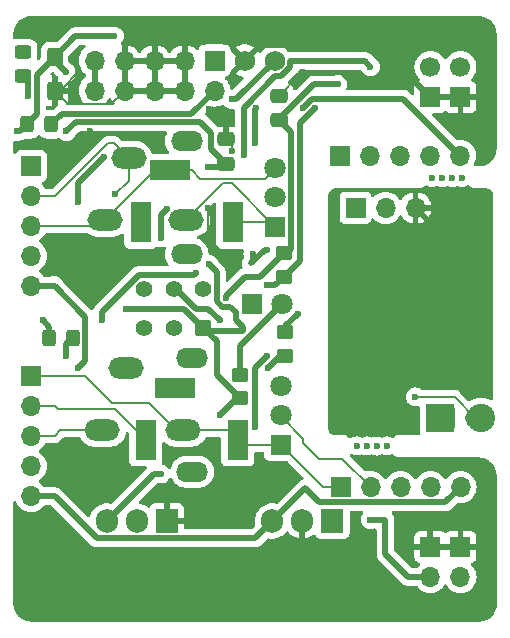
<source format=gbr>
%TF.GenerationSoftware,KiCad,Pcbnew,8.0.4*%
%TF.CreationDate,2024-08-25T20:22:04-07:00*%
%TF.ProjectId,Croissant_Protoboard,43726f69-7373-4616-9e74-5f50726f746f,rev?*%
%TF.SameCoordinates,Original*%
%TF.FileFunction,Copper,L2,Bot*%
%TF.FilePolarity,Positive*%
%FSLAX46Y46*%
G04 Gerber Fmt 4.6, Leading zero omitted, Abs format (unit mm)*
G04 Created by KiCad (PCBNEW 8.0.4) date 2024-08-25 20:22:04*
%MOMM*%
%LPD*%
G01*
G04 APERTURE LIST*
G04 Aperture macros list*
%AMRoundRect*
0 Rectangle with rounded corners*
0 $1 Rounding radius*
0 $2 $3 $4 $5 $6 $7 $8 $9 X,Y pos of 4 corners*
0 Add a 4 corners polygon primitive as box body*
4,1,4,$2,$3,$4,$5,$6,$7,$8,$9,$2,$3,0*
0 Add four circle primitives for the rounded corners*
1,1,$1+$1,$2,$3*
1,1,$1+$1,$4,$5*
1,1,$1+$1,$6,$7*
1,1,$1+$1,$8,$9*
0 Add four rect primitives between the rounded corners*
20,1,$1+$1,$2,$3,$4,$5,0*
20,1,$1+$1,$4,$5,$6,$7,0*
20,1,$1+$1,$6,$7,$8,$9,0*
20,1,$1+$1,$8,$9,$2,$3,0*%
G04 Aperture macros list end*
%TA.AperFunction,ComponentPad*%
%ADD10R,1.700000X1.700000*%
%TD*%
%TA.AperFunction,ComponentPad*%
%ADD11O,1.700000X1.700000*%
%TD*%
%TA.AperFunction,ComponentPad*%
%ADD12R,1.800000X1.800000*%
%TD*%
%TA.AperFunction,ComponentPad*%
%ADD13C,1.800000*%
%TD*%
%TA.AperFunction,ComponentPad*%
%ADD14R,1.905000X2.000000*%
%TD*%
%TA.AperFunction,ComponentPad*%
%ADD15O,1.905000X2.000000*%
%TD*%
%TA.AperFunction,ComponentPad*%
%ADD16RoundRect,0.250000X-0.620000X-0.620000X0.620000X-0.620000X0.620000X0.620000X-0.620000X0.620000X0*%
%TD*%
%TA.AperFunction,ComponentPad*%
%ADD17C,1.740000*%
%TD*%
%TA.AperFunction,ComponentPad*%
%ADD18R,1.800000X3.500000*%
%TD*%
%TA.AperFunction,ComponentPad*%
%ADD19R,3.500000X1.800000*%
%TD*%
%TA.AperFunction,ComponentPad*%
%ADD20O,2.700000X1.700000*%
%TD*%
%TA.AperFunction,ComponentPad*%
%ADD21C,1.700000*%
%TD*%
%TA.AperFunction,ComponentPad*%
%ADD22R,2.400000X2.400000*%
%TD*%
%TA.AperFunction,ComponentPad*%
%ADD23C,2.400000*%
%TD*%
%TA.AperFunction,ComponentPad*%
%ADD24RoundRect,0.250000X0.450000X0.450000X-0.450000X0.450000X-0.450000X-0.450000X0.450000X-0.450000X0*%
%TD*%
%TA.AperFunction,ComponentPad*%
%ADD25C,1.400000*%
%TD*%
%TA.AperFunction,ComponentPad*%
%ADD26O,3.000000X1.800000*%
%TD*%
%TA.AperFunction,SMDPad,CuDef*%
%ADD27RoundRect,0.250000X0.325000X0.450000X-0.325000X0.450000X-0.325000X-0.450000X0.325000X-0.450000X0*%
%TD*%
%TA.AperFunction,SMDPad,CuDef*%
%ADD28RoundRect,0.250000X0.475000X-0.337500X0.475000X0.337500X-0.475000X0.337500X-0.475000X-0.337500X0*%
%TD*%
%TA.AperFunction,SMDPad,CuDef*%
%ADD29RoundRect,0.250000X-0.425000X0.537500X-0.425000X-0.537500X0.425000X-0.537500X0.425000X0.537500X0*%
%TD*%
%TA.AperFunction,SMDPad,CuDef*%
%ADD30RoundRect,0.250000X-0.450000X0.325000X-0.450000X-0.325000X0.450000X-0.325000X0.450000X0.325000X0*%
%TD*%
%TA.AperFunction,SMDPad,CuDef*%
%ADD31RoundRect,0.250000X-0.325000X-0.450000X0.325000X-0.450000X0.325000X0.450000X-0.325000X0.450000X0*%
%TD*%
%TA.AperFunction,SMDPad,CuDef*%
%ADD32RoundRect,0.250000X-0.450000X0.350000X-0.450000X-0.350000X0.450000X-0.350000X0.450000X0.350000X0*%
%TD*%
%TA.AperFunction,SMDPad,CuDef*%
%ADD33RoundRect,0.250000X0.450000X-0.350000X0.450000X0.350000X-0.450000X0.350000X-0.450000X-0.350000X0*%
%TD*%
%TA.AperFunction,SMDPad,CuDef*%
%ADD34RoundRect,0.250000X-0.475000X0.337500X-0.475000X-0.337500X0.475000X-0.337500X0.475000X0.337500X0*%
%TD*%
%TA.AperFunction,ViaPad*%
%ADD35C,0.600000*%
%TD*%
%TA.AperFunction,Conductor*%
%ADD36C,0.500000*%
%TD*%
%TA.AperFunction,Conductor*%
%ADD37C,0.200000*%
%TD*%
G04 APERTURE END LIST*
D10*
%TO.P,P2,+12V,+12V*%
%TO.N,+12v bypass*%
X65540000Y-49000000D03*
D11*
X65540000Y-51540000D03*
%TO.P,P2,-12V,-12V*%
%TO.N,-12v bypass*%
X55380000Y-49000000D03*
X55380000Y-51540000D03*
%TO.P,P2,GND,GND*%
%TO.N,Gnd*%
X63000000Y-49000000D03*
X60460000Y-49000000D03*
X57920000Y-49000000D03*
X63000000Y-51540000D03*
X60460000Y-51540000D03*
X57920000Y-51540000D03*
%TD*%
D12*
%TO.P,D6,1,K*%
%TO.N,Gnd*%
X68671500Y-69634025D03*
D13*
%TO.P,D6,2,A*%
%TO.N,Net-(D6-A)*%
X71211500Y-69634025D03*
%TD*%
D14*
%TO.P,U1,1,VI*%
%TO.N,Net-(D5-K)*%
X75510324Y-87983999D03*
D15*
%TO.P,U1,2,GND*%
%TO.N,Gnd*%
X72970324Y-87983999D03*
%TO.P,U1,3,VO*%
%TO.N,+5v*%
X70430324Y-87983999D03*
%TD*%
D10*
%TO.P,J5,1,Pin_1*%
%TO.N,AudioIn*%
X77472723Y-61460000D03*
D11*
%TO.P,J5,2,Pin_2*%
%TO.N,VCC*%
X80012723Y-61460000D03*
%TO.P,J5,3,Pin_3*%
%TO.N,AGnd*%
X82552723Y-61460000D03*
%TD*%
D16*
%TO.P,P1,1,Pin_1*%
%TO.N,+12v bypass*%
X65540000Y-49000000D03*
D17*
%TO.P,P1,2,Pin_2*%
%TO.N,Gnd*%
X68080000Y-49000000D03*
%TO.P,P1,3,Pin_3*%
%TO.N,-12v bypass*%
X70620000Y-49000000D03*
%TD*%
D18*
%TO.P,J4,R*%
%TO.N,Net-(A2-Pin_2)*%
X59718449Y-81100156D03*
D19*
%TO.P,J4,S*%
%TO.N,Net-(A2-Pin_3)*%
X62218449Y-76700156D03*
D18*
%TO.P,J4,T*%
%TO.N,Net-(A2-Pin_1)*%
X67518449Y-81100156D03*
%TD*%
D20*
%TO.P,RV1,*%
%TO.N,*%
X63188260Y-65385027D03*
X63188260Y-55785027D03*
D12*
%TO.P,RV1,1,1*%
%TO.N,Net-(A1-Pin_1)*%
X70688260Y-63085027D03*
D13*
%TO.P,RV1,2,2*%
%TO.N,Net-(A1-Pin_2)*%
X70688260Y-60585027D03*
%TO.P,RV1,3,3*%
%TO.N,Net-(A1-Pin_3)*%
X70688260Y-58085027D03*
%TD*%
D21*
%TO.P,P9,1,Pin_1*%
%TO.N,+12v*%
X86357855Y-49530000D03*
D10*
%TO.P,P9,2,Pin_2*%
%TO.N,Gnd*%
X86357855Y-52070000D03*
%TD*%
D22*
%TO.P,J7,1,Pin_1*%
%TO.N,Out+*%
X84597376Y-79246295D03*
D23*
%TO.P,J7,2,Pin_2*%
%TO.N,Out-*%
X88097376Y-79246295D03*
%TD*%
D10*
%TO.P,P8,1,Pin_1*%
%TO.N,Gnd*%
X83814110Y-90170000D03*
D11*
%TO.P,P8,2,Pin_2*%
%TO.N,-12v*%
X83814110Y-92710000D03*
%TD*%
D10*
%TO.P,P10,1,Pin_1*%
%TO.N,Gnd*%
X86360000Y-90176713D03*
D11*
%TO.P,P10,2,Pin_2*%
%TO.N,-12v*%
X86360000Y-92716713D03*
%TD*%
D10*
%TO.P,A1,1,Pin_1*%
%TO.N,Net-(A1-Pin_1)*%
X76191276Y-57069118D03*
D11*
%TO.P,A1,2,Pin_2*%
%TO.N,Net-(A1-Pin_2)*%
X78731276Y-57069118D03*
%TO.P,A1,3,Pin_3*%
%TO.N,Net-(A1-Pin_3)*%
X81271276Y-57069118D03*
%TO.P,A1,4,Pin_4*%
%TO.N,unconnected-(A1-Pin_4-Pad4)*%
X83811276Y-57069118D03*
%TO.P,A1,5,Pin_5*%
%TO.N,+3.3v*%
X86351276Y-57069118D03*
%TD*%
D21*
%TO.P,P7,1,Pin_1*%
%TO.N,+12v*%
X83811276Y-49540868D03*
D10*
%TO.P,P7,2,Pin_2*%
%TO.N,Gnd*%
X83811276Y-52080868D03*
%TD*%
%TO.P,A4,1,Pin_1*%
%TO.N,Net-(A2-Pin_1)*%
X50000000Y-75714262D03*
D11*
%TO.P,A4,2,Pin_2*%
%TO.N,Net-(A2-Pin_2)*%
X50000000Y-78254262D03*
%TO.P,A4,3,Pin_3*%
%TO.N,Net-(A2-Pin_3)*%
X50000000Y-80794262D03*
%TO.P,A4,4,Pin_4*%
%TO.N,unconnected-(A4-Pin_4-Pad4)*%
X50000000Y-83334262D03*
%TO.P,A4,5,Pin_5*%
%TO.N,+5v*%
X50000000Y-85874262D03*
%TD*%
D10*
%TO.P,A2,1,Pin_1*%
%TO.N,Net-(A2-Pin_1)*%
X76208801Y-85090000D03*
D11*
%TO.P,A2,2,Pin_2*%
%TO.N,Net-(A2-Pin_2)*%
X78748801Y-85090000D03*
%TO.P,A2,3,Pin_3*%
%TO.N,Net-(A2-Pin_3)*%
X81288801Y-85090000D03*
%TO.P,A2,4,Pin_4*%
%TO.N,unconnected-(A2-Pin_4-Pad4)*%
X83828801Y-85090000D03*
%TO.P,A2,5,Pin_5*%
%TO.N,+5v*%
X86368801Y-85090000D03*
%TD*%
D10*
%TO.P,A3,1,Pin_1*%
%TO.N,Net-(A1-Pin_1)*%
X50013691Y-57939292D03*
D11*
%TO.P,A3,2,Pin_2*%
%TO.N,Net-(A1-Pin_2)*%
X50013691Y-60479292D03*
%TO.P,A3,3,Pin_3*%
%TO.N,Net-(A1-Pin_3)*%
X50013691Y-63019292D03*
%TO.P,A3,4,Pin_4*%
%TO.N,unconnected-(A3-Pin_4-Pad4)*%
X50013691Y-65559292D03*
%TO.P,A3,5,Pin_5*%
%TO.N,+3.3v*%
X50013691Y-68099292D03*
%TD*%
D24*
%TO.P,SW1,1,A*%
%TO.N,+12v*%
X64582831Y-71624680D03*
D25*
%TO.P,SW1,2,B*%
%TO.N,+12v clean*%
X62082831Y-71624680D03*
%TO.P,SW1,3,C*%
%TO.N,unconnected-(SW1-C-Pad3)*%
X59582831Y-71624680D03*
%TO.P,SW1,4,A*%
%TO.N,unconnected-(SW1-A-Pad4)*%
X59582831Y-68324680D03*
%TO.P,SW1,5,B*%
%TO.N,-12v clean*%
X62082831Y-68324680D03*
%TO.P,SW1,6,C*%
%TO.N,-12v*%
X64582831Y-68324680D03*
%TD*%
D20*
%TO.P,RV2,*%
%TO.N,*%
X63656922Y-83813864D03*
X63656922Y-74213864D03*
D12*
%TO.P,RV2,1,1*%
%TO.N,Net-(A2-Pin_1)*%
X71156922Y-81513864D03*
D13*
%TO.P,RV2,2,2*%
%TO.N,Net-(A2-Pin_2)*%
X71156922Y-79013864D03*
%TO.P,RV2,3,3*%
%TO.N,Net-(A2-Pin_3)*%
X71156922Y-76513864D03*
%TD*%
D14*
%TO.P,U2,1,GND*%
%TO.N,Gnd*%
X61503159Y-87983999D03*
D15*
%TO.P,U2,2,VO*%
%TO.N,+3.3v*%
X58963159Y-87983999D03*
%TO.P,U2,3,VI*%
%TO.N,+12v*%
X56423159Y-87983999D03*
%TD*%
D26*
%TO.P,J1,R*%
%TO.N,Net-(A1-Pin_2)*%
X58251109Y-57209364D03*
%TO.P,J1,S*%
%TO.N,Net-(A1-Pin_3)*%
X56297109Y-62509364D03*
%TO.P,J1,T*%
%TO.N,Net-(A1-Pin_1)*%
X63155109Y-62509364D03*
%TD*%
D18*
%TO.P,J3,R*%
%TO.N,Net-(A1-Pin_2)*%
X59292981Y-62697583D03*
D19*
%TO.P,J3,S*%
%TO.N,Net-(A1-Pin_3)*%
X61792981Y-58297583D03*
D18*
%TO.P,J3,T*%
%TO.N,Net-(A1-Pin_1)*%
X67092981Y-62697583D03*
%TD*%
D26*
%TO.P,J2,R*%
%TO.N,Net-(A2-Pin_2)*%
X58000000Y-75000000D03*
%TO.P,J2,S*%
%TO.N,Net-(A2-Pin_3)*%
X56046000Y-80300000D03*
%TO.P,J2,T*%
%TO.N,Net-(A2-Pin_1)*%
X62904000Y-80300000D03*
%TD*%
D10*
%TO.P,J6,1,Pin_1*%
%TO.N,Out+*%
X85090000Y-79240686D03*
D11*
%TO.P,J6,2,Pin_2*%
%TO.N,Out-*%
X87630000Y-79240686D03*
%TD*%
D27*
%TO.P,D5,1,K*%
%TO.N,Net-(D5-K)*%
X53569020Y-72460861D03*
%TO.P,D5,2,A*%
%TO.N,+12v*%
X51519020Y-72460861D03*
%TD*%
D28*
%TO.P,C2,1*%
%TO.N,+12v clean*%
X71000000Y-54037500D03*
%TO.P,C2,2*%
%TO.N,Gnd*%
X71000000Y-51962500D03*
%TD*%
D29*
%TO.P,C1,1*%
%TO.N,+12v clean*%
X51995534Y-48684028D03*
%TO.P,C1,2*%
%TO.N,Gnd*%
X51995534Y-51559028D03*
%TD*%
D30*
%TO.P,D3,1,K*%
%TO.N,-12v bypass*%
X49342599Y-48248883D03*
%TO.P,D3,2,A*%
%TO.N,-12v clean*%
X49342599Y-50298883D03*
%TD*%
D31*
%TO.P,D2,1,K*%
%TO.N,+12v clean*%
X49656664Y-54405004D03*
%TO.P,D2,2,A*%
%TO.N,+12v bypass*%
X51706664Y-54405004D03*
%TD*%
D32*
%TO.P,R3,1*%
%TO.N,Net-(D6-A)*%
X67718449Y-75600156D03*
%TO.P,R3,2*%
%TO.N,+12v*%
X67718449Y-77600156D03*
%TD*%
D33*
%TO.P,R1,1*%
%TO.N,+12v bypass*%
X71378594Y-67309837D03*
%TO.P,R1,2*%
%TO.N,+12v clean*%
X71378594Y-65309837D03*
%TD*%
D32*
%TO.P,R2,1*%
%TO.N,-12v bypass*%
X71506398Y-72015774D03*
%TO.P,R2,2*%
%TO.N,-12v clean*%
X71506398Y-74015774D03*
%TD*%
D34*
%TO.P,C4,1*%
%TO.N,Gnd*%
X66507112Y-55678562D03*
%TO.P,C4,2*%
%TO.N,-12v clean*%
X66507112Y-57753562D03*
%TD*%
D35*
%TO.N,*%
X84788701Y-58912857D03*
X77562583Y-81617045D03*
X86491374Y-58912857D03*
X80126801Y-81625211D03*
X78424128Y-81625211D03*
X79265257Y-81633378D03*
X85629830Y-58921024D03*
X83927156Y-58904691D03*
%TO.N,+12v*%
X65056171Y-66250001D03*
X51000000Y-71000000D03*
X68000000Y-57000000D03*
X78740000Y-49530000D03*
X58000000Y-70000000D03*
X66000000Y-79000000D03*
X61000000Y-84000000D03*
%TO.N,Gnd*%
X52000000Y-65000000D03*
X73000000Y-50000000D03*
X54000000Y-86000000D03*
X67000000Y-67000000D03*
X64992981Y-61520019D03*
X55000000Y-55000000D03*
X65070331Y-53070331D03*
X52000000Y-59000000D03*
X66986471Y-56666062D03*
X55000000Y-65000000D03*
X54000000Y-50000000D03*
X56000000Y-84000000D03*
%TO.N,-12v*%
X70000000Y-74000000D03*
X69000000Y-80000000D03*
X78740000Y-87860082D03*
%TO.N,Net-(A1-Pin_2)*%
X57150000Y-60325000D03*
%TO.N,Net-(D5-K)*%
X53000000Y-74000000D03*
%TO.N,+3.3v*%
X73000000Y-53000000D03*
X56168389Y-57168389D03*
X54000000Y-61000000D03*
X54000000Y-75000000D03*
X51973601Y-68063936D03*
%TO.N,+12v bypass*%
X70000000Y-68000000D03*
X64000000Y-67000000D03*
X74030331Y-53030331D03*
X56000000Y-71000000D03*
%TO.N,-12v bypass*%
X68775592Y-65347583D03*
X69030331Y-53030331D03*
X70000000Y-65000000D03*
X72561500Y-70438500D03*
X67000000Y-52290000D03*
X69000000Y-56000000D03*
%TO.N,+12v clean*%
X75950000Y-51020000D03*
X53000000Y-50000000D03*
X66482831Y-69074680D03*
X57043725Y-46930000D03*
X48800000Y-55000000D03*
%TO.N,-12v clean*%
X53000000Y-55000000D03*
X61523569Y-61562829D03*
X70030331Y-75030331D03*
X66000000Y-71000000D03*
X49742599Y-52000000D03*
X61000000Y-64000000D03*
X65000000Y-58000000D03*
%TO.N,AGnd*%
X81280000Y-68580000D03*
X83820000Y-64770000D03*
X85090000Y-73660000D03*
X77470000Y-78740000D03*
%TO.N,Out-*%
X82550000Y-77470000D03*
%TD*%
D36*
%TO.N,+12v*%
X61000000Y-84000000D02*
X60407158Y-84000000D01*
X67321500Y-70321500D02*
X67321500Y-70984025D01*
X78270000Y-49060000D02*
X78740000Y-49530000D01*
X71166762Y-50320000D02*
X71940000Y-49546762D01*
X64582831Y-71624680D02*
X65726922Y-72768771D01*
X67399844Y-77600156D02*
X66000000Y-79000000D01*
X51519020Y-72460861D02*
X51519020Y-71519020D01*
X64885938Y-71927787D02*
X64582831Y-71624680D01*
X67718449Y-77600156D02*
X67399844Y-77600156D01*
X51519020Y-71519020D02*
X51000000Y-71000000D01*
X65732831Y-69385341D02*
X66172170Y-69824680D01*
X65726922Y-75608629D02*
X67718449Y-77600156D01*
X58000000Y-70000000D02*
X62958151Y-70000000D01*
X77000000Y-49060000D02*
X78270000Y-49060000D01*
X68000000Y-53000000D02*
X70680000Y-50320000D01*
X65056171Y-66250001D02*
X65732831Y-66926661D01*
X65732831Y-66926661D02*
X65732831Y-69385341D01*
X68000000Y-57000000D02*
X68000000Y-53000000D01*
X67321500Y-70984025D02*
X67927787Y-71590312D01*
X70680000Y-50320000D02*
X71166762Y-50320000D01*
X71940000Y-49060000D02*
X77000000Y-49060000D01*
X66172170Y-69824680D02*
X66824680Y-69824680D01*
X60407158Y-84000000D02*
X56423159Y-87983999D01*
X62958151Y-70000000D02*
X64582831Y-71624680D01*
X66824680Y-69824680D02*
X67321500Y-70321500D01*
X65726922Y-72768771D02*
X65726922Y-75608629D01*
X67927787Y-71590312D02*
X67927787Y-71927787D01*
X67927787Y-71927787D02*
X64885938Y-71927787D01*
X71940000Y-49546762D02*
X71940000Y-49060000D01*
%TO.N,Gnd*%
X66507112Y-55678562D02*
X66507112Y-54507112D01*
X66507112Y-54507112D02*
X65070331Y-53070331D01*
X55000000Y-56000000D02*
X55000000Y-55000000D01*
D37*
X64992981Y-64000000D02*
X64992981Y-61520019D01*
X51995534Y-51559028D02*
X52440972Y-51559028D01*
X53126506Y-52690000D02*
X56770000Y-52690000D01*
X67000000Y-66007019D02*
X64992981Y-64000000D01*
D36*
X68080000Y-49000000D02*
X69400000Y-47680000D01*
D37*
X66986471Y-56157921D02*
X66507112Y-55678562D01*
D36*
X81950408Y-47680000D02*
X81950408Y-50220000D01*
D37*
X72962500Y-50000000D02*
X73000000Y-50000000D01*
X56770000Y-52690000D02*
X57920000Y-51540000D01*
X52440972Y-51559028D02*
X54000000Y-50000000D01*
D36*
X86357855Y-52070000D02*
X83822144Y-52070000D01*
X52000000Y-59000000D02*
X55000000Y-56000000D01*
X55000000Y-65000000D02*
X52000000Y-65000000D01*
D37*
X67000000Y-67000000D02*
X67000000Y-66007019D01*
X71000000Y-51962500D02*
X72962500Y-50000000D01*
D36*
X69400000Y-47680000D02*
X81950408Y-47680000D01*
X81950408Y-50220000D02*
X83811276Y-52080868D01*
D37*
X66986471Y-56666062D02*
X66986471Y-56157921D01*
D36*
X54000000Y-86000000D02*
X56000000Y-84000000D01*
D37*
X51995534Y-51559028D02*
X53126506Y-52690000D01*
D36*
%TO.N,-12v*%
X69000000Y-80000000D02*
X69000000Y-75000000D01*
X69000000Y-75000000D02*
X70000000Y-74000000D01*
X81915000Y-92710000D02*
X83814110Y-92710000D01*
X80010000Y-87860082D02*
X80010000Y-90805000D01*
X80010000Y-87860082D02*
X78740000Y-87860082D01*
X80010000Y-90805000D02*
X81915000Y-92710000D01*
D37*
%TO.N,Net-(A1-Pin_1)*%
X67003233Y-59400000D02*
X70688260Y-63085027D01*
X67092981Y-62697583D02*
X70300816Y-62697583D01*
X63155109Y-62509364D02*
X66264473Y-59400000D01*
X66264473Y-59400000D02*
X67003233Y-59400000D01*
X70300816Y-62697583D02*
X70688260Y-63085027D01*
%TO.N,Net-(A1-Pin_3)*%
X61792981Y-58297583D02*
X63638147Y-58297583D01*
X50013691Y-63019292D02*
X55787181Y-63019292D01*
X60508890Y-58297583D02*
X61792981Y-58297583D01*
X55787181Y-63019292D02*
X56297109Y-62509364D01*
X63638147Y-58297583D02*
X64340564Y-59000000D01*
X64340564Y-59000000D02*
X69773287Y-59000000D01*
X69773287Y-59000000D02*
X70688260Y-58085027D01*
X56297109Y-62509364D02*
X60508890Y-58297583D01*
%TO.N,Net-(A1-Pin_2)*%
X56488249Y-56000000D02*
X57041745Y-56000000D01*
X52008957Y-60479292D02*
X56488249Y-56000000D01*
X57150000Y-60325000D02*
X58251109Y-59223891D01*
X50013691Y-60479292D02*
X52008957Y-60479292D01*
X57041745Y-56000000D02*
X58251109Y-57209364D01*
X58251109Y-59223891D02*
X58251109Y-57209364D01*
%TO.N,Net-(A2-Pin_2)*%
X73050106Y-81340567D02*
X74404098Y-82694559D01*
X75295674Y-82704447D02*
X76363248Y-82704447D01*
X57118293Y-78500000D02*
X52241004Y-78500000D01*
X50000000Y-78254262D02*
X51995266Y-78254262D01*
X52241004Y-78500000D02*
X51995266Y-78254262D01*
X73050106Y-81007100D02*
X73050106Y-81340567D01*
X75285786Y-82694559D02*
X75295674Y-82704447D01*
X71156922Y-79113916D02*
X73050106Y-81007100D01*
X71156922Y-79013864D02*
X71156922Y-79113916D01*
X76363248Y-82704447D02*
X78748801Y-85090000D01*
X59718449Y-81100156D02*
X57118293Y-78500000D01*
X74404098Y-82694559D02*
X75285786Y-82694559D01*
%TO.N,Net-(A2-Pin_3)*%
X50000000Y-80794262D02*
X51995266Y-80794262D01*
X51995266Y-80794262D02*
X52489528Y-80300000D01*
X52489528Y-80300000D02*
X56046000Y-80300000D01*
%TO.N,Net-(A2-Pin_1)*%
X62304000Y-80300000D02*
X62904000Y-80300000D01*
X54606344Y-75714262D02*
X56892082Y-78000000D01*
X50000000Y-75714262D02*
X54606344Y-75714262D01*
X74733058Y-85090000D02*
X71156922Y-81513864D01*
X62904000Y-80300000D02*
X66718293Y-80300000D01*
X71156922Y-81513864D02*
X67932157Y-81513864D01*
X67932157Y-81513864D02*
X67518449Y-81100156D01*
X60004000Y-78000000D02*
X62304000Y-80300000D01*
X76208801Y-85090000D02*
X74733058Y-85090000D01*
X56892082Y-78000000D02*
X60004000Y-78000000D01*
X66718293Y-80300000D02*
X67518449Y-81100156D01*
D36*
%TO.N,Net-(D5-K)*%
X53000000Y-73029881D02*
X53569020Y-72460861D01*
X53000000Y-74000000D02*
X53000000Y-73029881D01*
%TO.N,+5v*%
X68980324Y-89433999D02*
X55555003Y-89433999D01*
X51995266Y-85874262D02*
X50000000Y-85874262D01*
X55555003Y-89433999D02*
X51995266Y-85874262D01*
X70430324Y-87983999D02*
X68980324Y-89433999D01*
X74413771Y-86390000D02*
X85068801Y-86390000D01*
X70430324Y-87983999D02*
X73219047Y-85195276D01*
X73219047Y-85195276D02*
X74413771Y-86390000D01*
X85068801Y-86390000D02*
X86368801Y-85090000D01*
%TO.N,+3.3v*%
X73750000Y-52250000D02*
X73000000Y-53000000D01*
X56168389Y-57168389D02*
X54000000Y-59336778D01*
X50013691Y-68099292D02*
X52008957Y-68099292D01*
X54000000Y-75000000D02*
X54594020Y-74405980D01*
X54594020Y-74405980D02*
X54594020Y-70684355D01*
X81532158Y-52250000D02*
X86351276Y-57069118D01*
X73750000Y-52250000D02*
X81532158Y-52250000D01*
X54594020Y-70684355D02*
X52008957Y-68099292D01*
X54000000Y-59336778D02*
X54000000Y-61000000D01*
%TO.N,+12v bypass*%
X72744801Y-54315861D02*
X72744801Y-65943630D01*
X63554973Y-53525027D02*
X65540000Y-51540000D01*
X70000000Y-68000000D02*
X70688431Y-68000000D01*
X59106485Y-67174680D02*
X63825320Y-67174680D01*
X56000000Y-71000000D02*
X56000000Y-70281165D01*
X74030331Y-53030331D02*
X72744801Y-54315861D01*
X63825320Y-67174680D02*
X64000000Y-67000000D01*
X52586641Y-53525027D02*
X63554973Y-53525027D01*
X51706664Y-54405004D02*
X52586641Y-53525027D01*
X70688431Y-68000000D02*
X71378594Y-67309837D01*
X72744801Y-65943630D02*
X71378594Y-67309837D01*
X56000000Y-70281165D02*
X59106485Y-67174680D01*
%TO.N,-12v bypass*%
X68775592Y-65347583D02*
X68775592Y-66000461D01*
X71506398Y-71493602D02*
X72561500Y-70438500D01*
X69000000Y-56000000D02*
X69000000Y-53060662D01*
X55380000Y-51540000D02*
X55380000Y-49000000D01*
X67000000Y-52290000D02*
X67330000Y-52290000D01*
X68775592Y-66000461D02*
X68598724Y-66177329D01*
X55380000Y-51540000D02*
X55540000Y-51540000D01*
X70000000Y-65000000D02*
X69776053Y-65000000D01*
X71506398Y-72015774D02*
X71506398Y-71493602D01*
X69776053Y-65000000D02*
X68598724Y-66177329D01*
X69000000Y-53060662D02*
X69030331Y-53030331D01*
X67330000Y-52290000D02*
X70620000Y-49000000D01*
%TO.N,+12v clean*%
X49061668Y-55000000D02*
X49656664Y-54405004D01*
X50492599Y-50186963D02*
X51995534Y-48684028D01*
X73919339Y-51020000D02*
X75950000Y-51020000D01*
X71000000Y-53939339D02*
X73919339Y-51020000D01*
X48800000Y-55000000D02*
X49061668Y-55000000D01*
X49656664Y-54343336D02*
X50492599Y-53507401D01*
X72044801Y-64955199D02*
X72044801Y-55082301D01*
X68105502Y-67327329D02*
X69361102Y-67327329D01*
X51995534Y-48995534D02*
X53000000Y-50000000D01*
X69361102Y-67327329D02*
X71378594Y-65309837D01*
X71000000Y-54037500D02*
X71000000Y-53939339D01*
X72044801Y-55082301D02*
X71000000Y-54037500D01*
X49656664Y-54405004D02*
X49656664Y-54343336D01*
X50492599Y-53507401D02*
X50492599Y-50186963D01*
X71378594Y-65309837D02*
X71690163Y-65309837D01*
X66482831Y-68950000D02*
X68105502Y-67327329D01*
X53749562Y-46930000D02*
X51995534Y-48684028D01*
X71690163Y-65309837D02*
X72044801Y-64955199D01*
X51995534Y-48684028D02*
X51995534Y-48995534D01*
X66482831Y-69074680D02*
X66482831Y-68950000D01*
X57043725Y-46930000D02*
X53749562Y-46930000D01*
%TO.N,-12v clean*%
X65000000Y-58000000D02*
X66260674Y-58000000D01*
X71506398Y-74015774D02*
X71044888Y-74015774D01*
X65258260Y-56504710D02*
X65258260Y-55138854D01*
X49742599Y-50698883D02*
X49342599Y-50298883D01*
X65258260Y-55138854D02*
X64344433Y-54225027D01*
X62272781Y-68324680D02*
X62082831Y-68324680D01*
X61000000Y-62086398D02*
X61523569Y-61562829D01*
X71044888Y-74015774D02*
X70030331Y-75030331D01*
X63948101Y-70000000D02*
X62272781Y-68324680D01*
X66507112Y-57753562D02*
X65258260Y-56504710D01*
X71506398Y-74015774D02*
X71015774Y-74015774D01*
X53774973Y-54225027D02*
X53000000Y-55000000D01*
X66260674Y-58000000D02*
X66507112Y-57753562D01*
X54092701Y-54225027D02*
X53774973Y-54225027D01*
X49742599Y-52000000D02*
X49742599Y-50698883D01*
X64344433Y-54225027D02*
X54092701Y-54225027D01*
X61000000Y-64000000D02*
X61000000Y-62086398D01*
X71506398Y-74015774D02*
X71076436Y-74015774D01*
X65000000Y-70000000D02*
X63948101Y-70000000D01*
X66000000Y-71000000D02*
X65000000Y-70000000D01*
%TO.N,Net-(D6-A)*%
X71211500Y-69634025D02*
X67718449Y-73127076D01*
X67718449Y-73127076D02*
X67718449Y-75600156D01*
%TO.N,AGnd*%
X83820000Y-62727277D02*
X83820000Y-64770000D01*
D37*
X85090000Y-73660000D02*
X81280000Y-69850000D01*
X82550000Y-73660000D02*
X85090000Y-73660000D01*
X77470000Y-78740000D02*
X82550000Y-73660000D01*
D36*
X82552723Y-61460000D02*
X83820000Y-62727277D01*
D37*
X81280000Y-69850000D02*
X81280000Y-68580000D01*
%TO.N,Out-*%
X82550000Y-77470000D02*
X85859314Y-77470000D01*
X85859314Y-77470000D02*
X87630000Y-79240686D01*
%TD*%
%TA.AperFunction,Conductor*%
%TO.N,AGnd*%
G36*
X87085312Y-59570678D02*
G01*
X87104893Y-59586624D01*
X87130743Y-59612477D01*
X87130746Y-59612479D01*
X87130745Y-59612479D01*
X87246828Y-59690057D01*
X87286087Y-59716294D01*
X87458698Y-59787814D01*
X87641939Y-59824287D01*
X87641938Y-59824287D01*
X87641944Y-59824288D01*
X87735237Y-59824298D01*
X87735348Y-59824331D01*
X87735349Y-59824299D01*
X88549099Y-59825146D01*
X88550301Y-59825225D01*
X88557691Y-59825224D01*
X88557696Y-59825226D01*
X88616622Y-59825224D01*
X88630502Y-59826002D01*
X88720855Y-59836181D01*
X88747926Y-59842360D01*
X88827120Y-59870070D01*
X88852138Y-59882118D01*
X88923188Y-59926761D01*
X88944898Y-59944074D01*
X89004225Y-60003401D01*
X89021538Y-60025111D01*
X89066181Y-60096161D01*
X89078229Y-60121179D01*
X89105939Y-60200373D01*
X89112118Y-60227445D01*
X89122296Y-60317795D01*
X89123075Y-60331678D01*
X89123074Y-60399227D01*
X89123076Y-60399256D01*
X89123076Y-77655489D01*
X89103391Y-77722528D01*
X89050587Y-77768283D01*
X88981429Y-77778227D01*
X88945275Y-77767209D01*
X88720382Y-77658907D01*
X88720384Y-77658907D01*
X88476842Y-77583784D01*
X88476838Y-77583783D01*
X88476834Y-77583782D01*
X88355607Y-77565509D01*
X88224816Y-77545795D01*
X88224811Y-77545795D01*
X87969941Y-77545795D01*
X87969935Y-77545795D01*
X87812985Y-77569452D01*
X87717918Y-77583782D01*
X87717915Y-77583783D01*
X87717909Y-77583784D01*
X87474368Y-77658907D01*
X87244749Y-77769485D01*
X87244741Y-77769490D01*
X87188882Y-77807574D01*
X87122402Y-77829074D01*
X87054852Y-77811219D01*
X87031350Y-77792801D01*
X86346904Y-77108355D01*
X86346902Y-77108352D01*
X86228031Y-76989481D01*
X86228023Y-76989475D01*
X86126250Y-76930717D01*
X86126248Y-76930716D01*
X86091104Y-76910425D01*
X86091103Y-76910424D01*
X86078577Y-76907067D01*
X85938371Y-76869499D01*
X85780257Y-76869499D01*
X85772661Y-76869499D01*
X85772645Y-76869500D01*
X83132412Y-76869500D01*
X83065373Y-76849815D01*
X83055097Y-76842445D01*
X83052263Y-76840185D01*
X83052262Y-76840184D01*
X82995496Y-76804515D01*
X82899523Y-76744211D01*
X82729254Y-76684631D01*
X82729249Y-76684630D01*
X82550004Y-76664435D01*
X82549996Y-76664435D01*
X82370750Y-76684630D01*
X82370745Y-76684631D01*
X82200476Y-76744211D01*
X82047737Y-76840184D01*
X81920184Y-76967737D01*
X81824211Y-77120476D01*
X81764631Y-77290745D01*
X81764630Y-77290750D01*
X81744435Y-77469996D01*
X81744435Y-77470003D01*
X81764630Y-77649249D01*
X81764631Y-77649254D01*
X81824211Y-77819523D01*
X81853068Y-77865448D01*
X81920184Y-77972262D01*
X82047738Y-78099816D01*
X82200478Y-78195789D01*
X82357896Y-78250872D01*
X82370745Y-78255368D01*
X82370750Y-78255369D01*
X82549996Y-78275565D01*
X82550000Y-78275565D01*
X82550004Y-78275565D01*
X82729249Y-78255369D01*
X82729250Y-78255368D01*
X82729255Y-78255368D01*
X82731921Y-78254434D01*
X82733753Y-78254341D01*
X82736037Y-78253820D01*
X82736128Y-78254220D01*
X82801699Y-78250872D01*
X82862326Y-78285600D01*
X82894554Y-78347593D01*
X82896876Y-78371476D01*
X82896876Y-80494165D01*
X82896877Y-80494171D01*
X82904114Y-80561491D01*
X82901317Y-80561791D01*
X82898282Y-80618252D01*
X82857407Y-80674917D01*
X82792384Y-80700488D01*
X82781383Y-80700980D01*
X81288919Y-80701359D01*
X81186565Y-80701359D01*
X81003298Y-80737813D01*
X81003290Y-80737815D01*
X80830656Y-80809321D01*
X80830643Y-80809328D01*
X80675280Y-80913139D01*
X80670573Y-80917003D01*
X80669437Y-80915619D01*
X80615509Y-80945054D01*
X80545818Y-80940057D01*
X80523201Y-80928877D01*
X80476324Y-80899422D01*
X80306055Y-80839842D01*
X80306050Y-80839841D01*
X80126805Y-80819646D01*
X80126797Y-80819646D01*
X79947551Y-80839841D01*
X79947538Y-80839844D01*
X79777281Y-80899420D01*
X79755500Y-80913106D01*
X79688263Y-80932105D01*
X79623558Y-80913105D01*
X79614779Y-80907588D01*
X79614775Y-80907587D01*
X79444519Y-80848011D01*
X79444506Y-80848008D01*
X79265261Y-80827813D01*
X79265253Y-80827813D01*
X79086007Y-80848008D01*
X79085994Y-80848011D01*
X78915735Y-80907588D01*
X78909463Y-80910609D01*
X78908726Y-80909079D01*
X78849905Y-80925690D01*
X78785222Y-80906692D01*
X78773651Y-80899422D01*
X78773649Y-80899421D01*
X78603390Y-80839844D01*
X78603377Y-80839841D01*
X78424132Y-80819646D01*
X78424124Y-80819646D01*
X78244878Y-80839841D01*
X78244865Y-80839844D01*
X78074606Y-80899421D01*
X78065821Y-80904941D01*
X77998583Y-80923939D01*
X77933880Y-80904938D01*
X77912107Y-80891256D01*
X77741837Y-80831676D01*
X77741832Y-80831675D01*
X77562587Y-80811480D01*
X77562579Y-80811480D01*
X77383333Y-80831675D01*
X77383328Y-80831676D01*
X77213057Y-80891257D01*
X77110017Y-80956001D01*
X77042780Y-80975001D01*
X76975945Y-80954633D01*
X76956366Y-80938690D01*
X76946553Y-80928877D01*
X76930822Y-80913146D01*
X76930816Y-80913142D01*
X76775447Y-80809327D01*
X76602809Y-80737818D01*
X76602803Y-80737816D01*
X76419537Y-80701362D01*
X76419535Y-80701362D01*
X76326973Y-80701362D01*
X76326660Y-80701361D01*
X76324668Y-80701355D01*
X75753665Y-80699713D01*
X75750480Y-80699500D01*
X75685354Y-80699500D01*
X75671469Y-80698720D01*
X75581125Y-80688538D01*
X75554055Y-80682359D01*
X75474853Y-80654643D01*
X75449837Y-80642595D01*
X75378791Y-80597953D01*
X75357082Y-80580641D01*
X75355968Y-80579527D01*
X75297748Y-80521305D01*
X75280439Y-80499599D01*
X75235800Y-80428555D01*
X75223753Y-80403539D01*
X75196037Y-80324332D01*
X75189858Y-80297259D01*
X75179656Y-80206705D01*
X75178876Y-80192823D01*
X75178876Y-60562135D01*
X76122223Y-60562135D01*
X76122223Y-62357870D01*
X76122224Y-62357876D01*
X76128631Y-62417483D01*
X76178925Y-62552328D01*
X76178929Y-62552335D01*
X76265175Y-62667544D01*
X76265178Y-62667547D01*
X76380387Y-62753793D01*
X76380394Y-62753797D01*
X76515240Y-62804091D01*
X76515239Y-62804091D01*
X76522167Y-62804835D01*
X76574850Y-62810500D01*
X78370595Y-62810499D01*
X78430206Y-62804091D01*
X78565054Y-62753796D01*
X78680269Y-62667546D01*
X78766519Y-62552331D01*
X78815533Y-62420916D01*
X78857404Y-62364984D01*
X78922868Y-62340566D01*
X78991141Y-62355417D01*
X79019396Y-62376569D01*
X79141322Y-62498495D01*
X79238107Y-62566265D01*
X79334888Y-62634032D01*
X79334890Y-62634033D01*
X79334893Y-62634035D01*
X79549060Y-62733903D01*
X79777315Y-62795063D01*
X79953757Y-62810500D01*
X80012722Y-62815659D01*
X80012723Y-62815659D01*
X80012724Y-62815659D01*
X80071689Y-62810500D01*
X80248131Y-62795063D01*
X80476386Y-62733903D01*
X80690553Y-62634035D01*
X80884124Y-62498495D01*
X81051218Y-62331401D01*
X81181453Y-62145405D01*
X81236030Y-62101781D01*
X81305528Y-62094587D01*
X81367883Y-62126110D01*
X81384602Y-62145405D01*
X81514613Y-62331078D01*
X81681640Y-62498105D01*
X81875144Y-62633600D01*
X82089230Y-62733429D01*
X82089239Y-62733433D01*
X82302723Y-62790634D01*
X82302723Y-61893012D01*
X82359730Y-61925925D01*
X82486897Y-61960000D01*
X82618549Y-61960000D01*
X82745716Y-61925925D01*
X82802723Y-61893012D01*
X82802723Y-62790633D01*
X83016206Y-62733433D01*
X83016215Y-62733429D01*
X83230301Y-62633600D01*
X83423805Y-62498105D01*
X83590828Y-62331082D01*
X83726323Y-62137578D01*
X83826152Y-61923492D01*
X83826155Y-61923486D01*
X83883359Y-61710000D01*
X82985735Y-61710000D01*
X83018648Y-61652993D01*
X83052723Y-61525826D01*
X83052723Y-61394174D01*
X83018648Y-61267007D01*
X82985735Y-61210000D01*
X83883359Y-61210000D01*
X83883358Y-61209999D01*
X83826155Y-60996513D01*
X83826152Y-60996507D01*
X83726323Y-60782422D01*
X83726322Y-60782420D01*
X83590836Y-60588926D01*
X83590831Y-60588920D01*
X83423805Y-60421894D01*
X83230301Y-60286399D01*
X83016215Y-60186570D01*
X83016209Y-60186567D01*
X82802723Y-60129364D01*
X82802723Y-61026988D01*
X82745716Y-60994075D01*
X82618549Y-60960000D01*
X82486897Y-60960000D01*
X82359730Y-60994075D01*
X82302723Y-61026988D01*
X82302723Y-60129364D01*
X82302722Y-60129364D01*
X82089236Y-60186567D01*
X82089230Y-60186570D01*
X81875145Y-60286399D01*
X81875143Y-60286400D01*
X81681649Y-60421886D01*
X81681643Y-60421891D01*
X81514614Y-60588920D01*
X81514613Y-60588922D01*
X81384603Y-60774595D01*
X81330026Y-60818219D01*
X81260527Y-60825412D01*
X81198173Y-60793890D01*
X81181453Y-60774594D01*
X81051217Y-60588597D01*
X80884125Y-60421506D01*
X80884118Y-60421501D01*
X80690557Y-60285967D01*
X80690553Y-60285965D01*
X80690551Y-60285964D01*
X80476386Y-60186097D01*
X80476382Y-60186096D01*
X80476378Y-60186094D01*
X80248136Y-60124938D01*
X80248126Y-60124936D01*
X80012724Y-60104341D01*
X80012722Y-60104341D01*
X79777319Y-60124936D01*
X79777309Y-60124938D01*
X79549067Y-60186094D01*
X79549058Y-60186098D01*
X79334894Y-60285964D01*
X79334892Y-60285965D01*
X79141323Y-60421503D01*
X79019396Y-60543430D01*
X78958073Y-60576914D01*
X78888381Y-60571930D01*
X78832448Y-60530058D01*
X78815533Y-60499081D01*
X78766520Y-60367671D01*
X78766516Y-60367664D01*
X78680270Y-60252455D01*
X78680267Y-60252452D01*
X78565058Y-60166206D01*
X78565051Y-60166202D01*
X78430205Y-60115908D01*
X78430206Y-60115908D01*
X78370606Y-60109501D01*
X78370604Y-60109500D01*
X78370596Y-60109500D01*
X78370587Y-60109500D01*
X76574852Y-60109500D01*
X76574846Y-60109501D01*
X76515239Y-60115908D01*
X76380394Y-60166202D01*
X76380387Y-60166206D01*
X76265178Y-60252452D01*
X76265175Y-60252455D01*
X76178929Y-60367664D01*
X76178925Y-60367671D01*
X76128631Y-60502517D01*
X76122224Y-60562116D01*
X76122223Y-60562135D01*
X75178876Y-60562135D01*
X75178876Y-60403210D01*
X75178878Y-60403181D01*
X75178877Y-60390606D01*
X75178879Y-60390604D01*
X75178877Y-60331673D01*
X75179656Y-60317794D01*
X75180675Y-60308748D01*
X75189834Y-60227434D01*
X75196013Y-60200366D01*
X75200841Y-60186570D01*
X75223725Y-60121162D01*
X75235772Y-60096147D01*
X75280419Y-60025088D01*
X75297722Y-60003388D01*
X75357071Y-59944035D01*
X75378767Y-59926734D01*
X75449826Y-59882083D01*
X75474839Y-59870036D01*
X75554050Y-59842317D01*
X75581115Y-59836139D01*
X75671056Y-59826003D01*
X75684943Y-59825223D01*
X75753146Y-59825223D01*
X75753262Y-59825213D01*
X82683908Y-59824304D01*
X82684138Y-59824372D01*
X82735365Y-59824378D01*
X82735365Y-59824379D01*
X82828629Y-59824390D01*
X82828806Y-59824391D01*
X82828806Y-59824390D01*
X82828810Y-59824391D01*
X83012114Y-59787954D01*
X83184785Y-59716452D01*
X83340188Y-59612635D01*
X83346862Y-59605962D01*
X83350938Y-59601887D01*
X83412263Y-59568406D01*
X83481954Y-59573395D01*
X83504586Y-59584581D01*
X83577631Y-59630479D01*
X83747901Y-59690059D01*
X83747906Y-59690060D01*
X83927152Y-59710256D01*
X83927156Y-59710256D01*
X83927160Y-59710256D01*
X84106405Y-59690060D01*
X84106407Y-59690059D01*
X84106411Y-59690059D01*
X84106414Y-59690057D01*
X84106418Y-59690057D01*
X84157456Y-59672197D01*
X84276678Y-59630480D01*
X84285454Y-59624965D01*
X84352688Y-59605962D01*
X84417400Y-59624961D01*
X84439179Y-59638646D01*
X84586103Y-59690057D01*
X84609446Y-59698225D01*
X84609451Y-59698226D01*
X84788697Y-59718422D01*
X84788701Y-59718422D01*
X84788705Y-59718422D01*
X84967950Y-59698226D01*
X84967952Y-59698225D01*
X84967956Y-59698225D01*
X84967959Y-59698223D01*
X84967963Y-59698223D01*
X85019001Y-59680363D01*
X85138223Y-59638646D01*
X85138232Y-59638639D01*
X85144500Y-59635623D01*
X85145240Y-59637160D01*
X85204014Y-59620543D01*
X85268739Y-59639543D01*
X85280306Y-59646812D01*
X85280308Y-59646813D01*
X85450575Y-59706392D01*
X85450580Y-59706393D01*
X85629826Y-59726589D01*
X85629830Y-59726589D01*
X85629834Y-59726589D01*
X85809079Y-59706393D01*
X85809081Y-59706392D01*
X85809085Y-59706392D01*
X85809088Y-59706390D01*
X85809092Y-59706390D01*
X85860130Y-59688530D01*
X85979352Y-59646813D01*
X86001127Y-59633130D01*
X86068361Y-59614129D01*
X86133074Y-59633131D01*
X86141848Y-59638644D01*
X86141849Y-59638644D01*
X86141852Y-59638646D01*
X86288776Y-59690057D01*
X86312119Y-59698225D01*
X86312124Y-59698226D01*
X86491370Y-59718422D01*
X86491374Y-59718422D01*
X86491378Y-59718422D01*
X86670623Y-59698226D01*
X86670626Y-59698225D01*
X86670629Y-59698225D01*
X86840896Y-59638646D01*
X86840900Y-59638644D01*
X86951240Y-59569312D01*
X87018477Y-59550311D01*
X87085312Y-59570678D01*
G37*
%TD.AperFunction*%
%TD*%
%TA.AperFunction,Conductor*%
%TO.N,Gnd*%
G36*
X77163834Y-82312177D02*
G01*
X77170380Y-82316016D01*
X77213058Y-82342833D01*
X77383328Y-82402413D01*
X77383333Y-82402414D01*
X77562579Y-82422610D01*
X77562583Y-82422610D01*
X77562587Y-82422610D01*
X77741832Y-82402414D01*
X77741834Y-82402413D01*
X77741838Y-82402413D01*
X77741841Y-82402411D01*
X77741845Y-82402411D01*
X77812535Y-82377675D01*
X77912105Y-82342834D01*
X77920881Y-82337319D01*
X77988115Y-82318316D01*
X78052827Y-82337315D01*
X78074606Y-82351000D01*
X78218201Y-82401246D01*
X78244873Y-82410579D01*
X78244878Y-82410580D01*
X78424124Y-82430776D01*
X78424128Y-82430776D01*
X78424132Y-82430776D01*
X78603377Y-82410580D01*
X78603379Y-82410579D01*
X78603383Y-82410579D01*
X78603386Y-82410577D01*
X78603390Y-82410577D01*
X78654428Y-82392717D01*
X78773650Y-82351000D01*
X78773659Y-82350993D01*
X78779927Y-82347977D01*
X78780667Y-82349514D01*
X78839441Y-82332897D01*
X78904166Y-82351897D01*
X78913859Y-82357988D01*
X78915735Y-82359167D01*
X79086002Y-82418746D01*
X79086007Y-82418747D01*
X79265253Y-82438943D01*
X79265257Y-82438943D01*
X79265261Y-82438943D01*
X79444506Y-82418747D01*
X79444508Y-82418746D01*
X79444512Y-82418746D01*
X79444515Y-82418744D01*
X79444519Y-82418744D01*
X79495557Y-82400884D01*
X79614779Y-82359167D01*
X79636554Y-82345484D01*
X79703788Y-82326483D01*
X79768501Y-82345485D01*
X79777275Y-82350998D01*
X79777276Y-82350998D01*
X79777279Y-82351000D01*
X79920874Y-82401246D01*
X79947546Y-82410579D01*
X79947551Y-82410580D01*
X80126797Y-82430776D01*
X80126801Y-82430776D01*
X80126805Y-82430776D01*
X80306050Y-82410580D01*
X80306052Y-82410579D01*
X80306056Y-82410579D01*
X80306059Y-82410577D01*
X80306063Y-82410577D01*
X80401788Y-82377080D01*
X80476323Y-82351000D01*
X80492752Y-82340676D01*
X80559987Y-82321675D01*
X80626823Y-82342041D01*
X80646406Y-82357988D01*
X80675273Y-82386855D01*
X80675277Y-82386858D01*
X80830643Y-82490671D01*
X80830656Y-82490678D01*
X80874142Y-82508690D01*
X81003292Y-82562185D01*
X81048170Y-82571111D01*
X81186564Y-82598641D01*
X81186567Y-82598641D01*
X81206037Y-82598641D01*
X81206511Y-82598671D01*
X81214319Y-82598667D01*
X81214324Y-82598669D01*
X81279135Y-82598641D01*
X81279158Y-82598641D01*
X81353810Y-82598641D01*
X81354292Y-82598608D01*
X87909551Y-82595777D01*
X87918426Y-82596092D01*
X88118563Y-82610406D01*
X88136065Y-82612923D01*
X88326965Y-82654450D01*
X88327792Y-82654630D01*
X88344768Y-82659614D01*
X88528614Y-82728185D01*
X88544707Y-82735535D01*
X88716911Y-82829565D01*
X88731794Y-82839129D01*
X88756545Y-82857657D01*
X88811566Y-82898845D01*
X88888873Y-82956715D01*
X88902244Y-82968301D01*
X89040991Y-83107046D01*
X89052576Y-83120417D01*
X89170155Y-83277481D01*
X89179721Y-83292364D01*
X89273761Y-83464582D01*
X89281110Y-83480675D01*
X89302762Y-83538724D01*
X89344445Y-83650478D01*
X89349679Y-83664509D01*
X89354664Y-83681485D01*
X89396373Y-83873213D01*
X89398891Y-83890724D01*
X89413184Y-84090529D01*
X89413500Y-84099375D01*
X89413500Y-84167708D01*
X89413676Y-84170335D01*
X89439273Y-94995451D01*
X89438957Y-95004590D01*
X89424655Y-95204555D01*
X89422137Y-95222067D01*
X89380432Y-95413785D01*
X89375448Y-95430761D01*
X89306877Y-95614605D01*
X89299527Y-95630698D01*
X89205497Y-95802900D01*
X89195932Y-95817784D01*
X89078348Y-95974857D01*
X89066762Y-95988228D01*
X88928017Y-96126972D01*
X88914646Y-96138557D01*
X88757581Y-96256134D01*
X88742697Y-96265700D01*
X88570483Y-96359734D01*
X88554390Y-96367083D01*
X88370552Y-96435650D01*
X88353577Y-96440634D01*
X88161858Y-96482339D01*
X88144345Y-96484857D01*
X87944012Y-96499183D01*
X87935167Y-96499499D01*
X87866303Y-96499499D01*
X87866287Y-96499500D01*
X50004428Y-96499500D01*
X49995582Y-96499184D01*
X49973622Y-96497613D01*
X49795442Y-96484869D01*
X49777931Y-96482351D01*
X49586212Y-96440646D01*
X49569236Y-96435662D01*
X49385390Y-96367090D01*
X49369298Y-96359740D01*
X49197095Y-96265711D01*
X49182210Y-96256146D01*
X49025132Y-96138558D01*
X49011762Y-96126972D01*
X48873027Y-95988237D01*
X48861441Y-95974867D01*
X48861434Y-95974857D01*
X48743849Y-95817784D01*
X48734288Y-95802904D01*
X48640259Y-95630701D01*
X48632909Y-95614609D01*
X48572091Y-95451551D01*
X48564334Y-95430755D01*
X48559355Y-95413797D01*
X48517647Y-95222063D01*
X48515130Y-95204556D01*
X48505169Y-95065288D01*
X48500816Y-95004418D01*
X48500500Y-94995572D01*
X48500500Y-86413458D01*
X48520185Y-86346419D01*
X48572989Y-86300664D01*
X48642147Y-86290720D01*
X48705703Y-86319745D01*
X48736881Y-86361052D01*
X48797198Y-86490402D01*
X48825965Y-86552092D01*
X48825967Y-86552096D01*
X48902280Y-86661081D01*
X48961505Y-86745663D01*
X49128599Y-86912757D01*
X49214566Y-86972952D01*
X49322165Y-87048294D01*
X49322167Y-87048295D01*
X49322170Y-87048297D01*
X49536337Y-87148165D01*
X49764592Y-87209325D01*
X49952918Y-87225801D01*
X49999999Y-87229921D01*
X50000000Y-87229921D01*
X50000001Y-87229921D01*
X50039234Y-87226488D01*
X50235408Y-87209325D01*
X50463663Y-87148165D01*
X50677830Y-87048297D01*
X50871401Y-86912757D01*
X51038495Y-86745663D01*
X51086127Y-86677638D01*
X51140704Y-86634013D01*
X51187701Y-86624762D01*
X51633036Y-86624762D01*
X51700075Y-86644447D01*
X51720717Y-86661081D01*
X55076583Y-90016947D01*
X55076587Y-90016950D01*
X55199501Y-90099079D01*
X55199514Y-90099086D01*
X55336085Y-90155655D01*
X55336090Y-90155657D01*
X55336094Y-90155657D01*
X55336095Y-90155658D01*
X55481082Y-90184499D01*
X55481085Y-90184499D01*
X69054244Y-90184499D01*
X69151786Y-90165095D01*
X69199237Y-90155657D01*
X69335819Y-90099083D01*
X69385053Y-90066185D01*
X69458740Y-90016951D01*
X69990924Y-89484765D01*
X70052245Y-89451282D01*
X70097997Y-89449975D01*
X70315970Y-89484499D01*
X70315971Y-89484499D01*
X70544677Y-89484499D01*
X70544678Y-89484499D01*
X70770569Y-89448721D01*
X70770572Y-89448720D01*
X70770573Y-89448720D01*
X70988079Y-89378048D01*
X70988079Y-89378047D01*
X70988082Y-89378047D01*
X71191862Y-89274216D01*
X71376890Y-89139785D01*
X71538610Y-88978065D01*
X71600316Y-88893133D01*
X71655643Y-88850469D01*
X71725256Y-88844490D01*
X71787051Y-88877095D01*
X71800950Y-88893134D01*
X71862421Y-88977740D01*
X71862421Y-88977741D01*
X72024081Y-89139401D01*
X72209047Y-89273787D01*
X72412753Y-89377581D01*
X72630195Y-89448233D01*
X72720324Y-89462508D01*
X72720324Y-88474746D01*
X72758032Y-88496517D01*
X72897915Y-88533999D01*
X73042733Y-88533999D01*
X73182616Y-88496517D01*
X73220324Y-88474746D01*
X73220324Y-89462507D01*
X73310452Y-89448233D01*
X73527894Y-89377581D01*
X73731600Y-89273787D01*
X73914383Y-89140987D01*
X73980189Y-89117507D01*
X74048243Y-89133332D01*
X74096938Y-89183438D01*
X74103451Y-89197973D01*
X74114025Y-89226325D01*
X74114030Y-89226334D01*
X74200276Y-89341543D01*
X74200279Y-89341546D01*
X74315488Y-89427792D01*
X74315495Y-89427796D01*
X74450341Y-89478090D01*
X74450340Y-89478090D01*
X74457268Y-89478834D01*
X74509951Y-89484499D01*
X76510696Y-89484498D01*
X76570307Y-89478090D01*
X76705155Y-89427795D01*
X76820370Y-89341545D01*
X76906620Y-89226330D01*
X76956915Y-89091482D01*
X76963324Y-89031872D01*
X76963323Y-87264499D01*
X76983008Y-87197461D01*
X77035811Y-87151706D01*
X77087323Y-87140500D01*
X78028142Y-87140500D01*
X78095181Y-87160185D01*
X78140936Y-87212989D01*
X78150880Y-87282147D01*
X78121855Y-87345703D01*
X78115823Y-87352181D01*
X78110184Y-87357819D01*
X78014211Y-87510558D01*
X77954631Y-87680827D01*
X77954630Y-87680832D01*
X77934435Y-87860078D01*
X77934435Y-87860085D01*
X77954630Y-88039331D01*
X77954631Y-88039336D01*
X78014211Y-88209605D01*
X78103121Y-88351103D01*
X78110184Y-88362344D01*
X78237738Y-88489898D01*
X78390478Y-88585871D01*
X78560745Y-88645450D01*
X78560750Y-88645451D01*
X78739996Y-88665647D01*
X78740000Y-88665647D01*
X78740004Y-88665647D01*
X78919249Y-88645451D01*
X78919252Y-88645450D01*
X78919255Y-88645450D01*
X78999017Y-88617539D01*
X79039972Y-88610582D01*
X79135500Y-88610582D01*
X79202539Y-88630267D01*
X79248294Y-88683071D01*
X79259500Y-88734582D01*
X79259500Y-90878918D01*
X79259500Y-90878920D01*
X79259499Y-90878920D01*
X79288340Y-91023907D01*
X79288343Y-91023917D01*
X79344914Y-91160492D01*
X79377812Y-91209727D01*
X79377813Y-91209730D01*
X79427046Y-91283414D01*
X79427052Y-91283421D01*
X81436584Y-93292952D01*
X81436586Y-93292954D01*
X81466058Y-93312645D01*
X81510270Y-93342186D01*
X81559505Y-93375084D01*
X81559506Y-93375084D01*
X81559507Y-93375085D01*
X81559509Y-93375086D01*
X81607567Y-93394992D01*
X81696087Y-93431658D01*
X81696091Y-93431658D01*
X81696092Y-93431659D01*
X81841079Y-93460500D01*
X81841082Y-93460500D01*
X81841083Y-93460500D01*
X81988918Y-93460500D01*
X82626409Y-93460500D01*
X82693448Y-93480185D01*
X82727983Y-93513376D01*
X82775615Y-93581401D01*
X82942709Y-93748495D01*
X83039494Y-93816265D01*
X83136275Y-93884032D01*
X83136277Y-93884033D01*
X83136280Y-93884035D01*
X83350447Y-93983903D01*
X83350453Y-93983904D01*
X83350454Y-93983905D01*
X83375508Y-93990618D01*
X83578702Y-94045063D01*
X83767028Y-94061539D01*
X83814109Y-94065659D01*
X83814110Y-94065659D01*
X83814111Y-94065659D01*
X83853344Y-94062226D01*
X84049518Y-94045063D01*
X84277773Y-93983903D01*
X84491940Y-93884035D01*
X84685511Y-93748495D01*
X84852605Y-93581401D01*
X84983131Y-93394989D01*
X85037705Y-93351367D01*
X85107204Y-93344173D01*
X85169559Y-93375696D01*
X85186277Y-93394989D01*
X85321505Y-93588114D01*
X85488599Y-93755208D01*
X85585384Y-93822978D01*
X85682165Y-93890745D01*
X85682167Y-93890746D01*
X85682170Y-93890748D01*
X85896337Y-93990616D01*
X86124592Y-94051776D01*
X86283272Y-94065659D01*
X86359999Y-94072372D01*
X86360000Y-94072372D01*
X86360001Y-94072372D01*
X86399234Y-94068939D01*
X86595408Y-94051776D01*
X86823663Y-93990616D01*
X87037830Y-93890748D01*
X87231401Y-93755208D01*
X87398495Y-93588114D01*
X87534035Y-93394543D01*
X87633903Y-93180376D01*
X87695063Y-92952121D01*
X87715659Y-92716713D01*
X87695063Y-92481305D01*
X87633903Y-92253050D01*
X87534035Y-92038884D01*
X87529019Y-92031721D01*
X87398496Y-91845313D01*
X87391782Y-91838599D01*
X87276179Y-91722996D01*
X87242696Y-91661676D01*
X87247680Y-91591984D01*
X87289551Y-91536050D01*
X87320529Y-91519135D01*
X87452086Y-91470067D01*
X87452093Y-91470063D01*
X87567187Y-91383903D01*
X87567190Y-91383900D01*
X87653350Y-91268806D01*
X87653354Y-91268799D01*
X87703596Y-91134092D01*
X87703598Y-91134085D01*
X87709999Y-91074557D01*
X87710000Y-91074540D01*
X87710000Y-90426713D01*
X86793012Y-90426713D01*
X86825925Y-90369706D01*
X86860000Y-90242539D01*
X86860000Y-90110887D01*
X86825925Y-89983720D01*
X86793012Y-89926713D01*
X87710000Y-89926713D01*
X87710000Y-89278885D01*
X87709999Y-89278868D01*
X87703598Y-89219340D01*
X87703596Y-89219333D01*
X87653354Y-89084626D01*
X87653350Y-89084619D01*
X87567190Y-88969525D01*
X87567187Y-88969522D01*
X87452093Y-88883362D01*
X87452086Y-88883358D01*
X87317379Y-88833116D01*
X87317372Y-88833114D01*
X87257844Y-88826713D01*
X86610000Y-88826713D01*
X86610000Y-89743701D01*
X86552993Y-89710788D01*
X86425826Y-89676713D01*
X86294174Y-89676713D01*
X86167007Y-89710788D01*
X86110000Y-89743701D01*
X86110000Y-88826713D01*
X85462155Y-88826713D01*
X85402627Y-88833114D01*
X85402620Y-88833116D01*
X85267913Y-88883358D01*
X85267910Y-88883360D01*
X85165849Y-88959763D01*
X85100384Y-88984180D01*
X85032111Y-88969328D01*
X85017227Y-88959763D01*
X84906198Y-88876646D01*
X84906196Y-88876645D01*
X84771489Y-88826403D01*
X84771482Y-88826401D01*
X84711954Y-88820000D01*
X84064110Y-88820000D01*
X84064110Y-89736988D01*
X84007103Y-89704075D01*
X83879936Y-89670000D01*
X83748284Y-89670000D01*
X83621117Y-89704075D01*
X83564110Y-89736988D01*
X83564110Y-88820000D01*
X82916265Y-88820000D01*
X82856737Y-88826401D01*
X82856730Y-88826403D01*
X82722023Y-88876645D01*
X82722016Y-88876649D01*
X82606922Y-88962809D01*
X82606919Y-88962812D01*
X82520759Y-89077906D01*
X82520755Y-89077913D01*
X82470513Y-89212620D01*
X82470511Y-89212627D01*
X82464110Y-89272155D01*
X82464110Y-89920000D01*
X83381098Y-89920000D01*
X83348185Y-89977007D01*
X83314110Y-90104174D01*
X83314110Y-90235826D01*
X83348185Y-90362993D01*
X83381098Y-90420000D01*
X82464110Y-90420000D01*
X82464110Y-91067844D01*
X82470511Y-91127372D01*
X82470513Y-91127379D01*
X82520755Y-91262086D01*
X82520759Y-91262093D01*
X82606919Y-91377187D01*
X82606922Y-91377190D01*
X82722016Y-91463350D01*
X82722023Y-91463354D01*
X82853580Y-91512421D01*
X82909513Y-91554292D01*
X82933931Y-91619756D01*
X82919080Y-91688029D01*
X82897929Y-91716284D01*
X82775613Y-91838600D01*
X82727984Y-91906623D01*
X82673407Y-91950248D01*
X82626409Y-91959500D01*
X82277230Y-91959500D01*
X82210191Y-91939815D01*
X82189549Y-91923181D01*
X80796819Y-90530451D01*
X80763334Y-90469128D01*
X80760500Y-90442770D01*
X80760500Y-87786161D01*
X80731659Y-87641174D01*
X80731658Y-87641173D01*
X80731658Y-87641169D01*
X80704405Y-87575374D01*
X80675087Y-87504593D01*
X80675080Y-87504580D01*
X80592951Y-87381666D01*
X80592948Y-87381662D01*
X80563467Y-87352181D01*
X80529982Y-87290858D01*
X80534966Y-87221166D01*
X80576838Y-87165233D01*
X80642302Y-87140816D01*
X80651148Y-87140500D01*
X85142721Y-87140500D01*
X85240263Y-87121096D01*
X85287714Y-87111658D01*
X85424296Y-87055084D01*
X85473530Y-87022186D01*
X85547217Y-86972952D01*
X86057299Y-86462867D01*
X86118620Y-86429384D01*
X86155784Y-86427022D01*
X86298662Y-86439522D01*
X86368800Y-86445659D01*
X86368801Y-86445659D01*
X86368802Y-86445659D01*
X86408035Y-86442226D01*
X86604209Y-86425063D01*
X86832464Y-86363903D01*
X87046631Y-86264035D01*
X87240202Y-86128495D01*
X87407296Y-85961401D01*
X87542836Y-85767830D01*
X87642704Y-85553663D01*
X87703864Y-85325408D01*
X87724460Y-85090000D01*
X87703864Y-84854592D01*
X87642704Y-84626337D01*
X87542836Y-84412171D01*
X87537226Y-84404158D01*
X87407295Y-84218597D01*
X87240203Y-84051506D01*
X87240196Y-84051501D01*
X87046635Y-83915967D01*
X87046631Y-83915965D01*
X87046629Y-83915964D01*
X86832464Y-83816097D01*
X86832460Y-83816096D01*
X86832456Y-83816094D01*
X86604214Y-83754938D01*
X86604204Y-83754936D01*
X86368802Y-83734341D01*
X86368800Y-83734341D01*
X86133397Y-83754936D01*
X86133387Y-83754938D01*
X85905145Y-83816094D01*
X85905136Y-83816098D01*
X85690972Y-83915964D01*
X85690970Y-83915965D01*
X85497398Y-84051505D01*
X85330306Y-84218597D01*
X85200376Y-84404158D01*
X85145799Y-84447783D01*
X85076301Y-84454977D01*
X85013946Y-84423454D01*
X84997226Y-84404158D01*
X84867295Y-84218597D01*
X84700203Y-84051506D01*
X84700196Y-84051501D01*
X84506635Y-83915967D01*
X84506631Y-83915965D01*
X84506629Y-83915964D01*
X84292464Y-83816097D01*
X84292460Y-83816096D01*
X84292456Y-83816094D01*
X84064214Y-83754938D01*
X84064204Y-83754936D01*
X83828802Y-83734341D01*
X83828800Y-83734341D01*
X83593397Y-83754936D01*
X83593387Y-83754938D01*
X83365145Y-83816094D01*
X83365136Y-83816098D01*
X83150972Y-83915964D01*
X83150970Y-83915965D01*
X82957398Y-84051505D01*
X82790306Y-84218597D01*
X82660376Y-84404158D01*
X82605799Y-84447783D01*
X82536301Y-84454977D01*
X82473946Y-84423454D01*
X82457226Y-84404158D01*
X82327295Y-84218597D01*
X82160203Y-84051506D01*
X82160196Y-84051501D01*
X81966635Y-83915967D01*
X81966631Y-83915965D01*
X81966629Y-83915964D01*
X81752464Y-83816097D01*
X81752460Y-83816096D01*
X81752456Y-83816094D01*
X81524214Y-83754938D01*
X81524204Y-83754936D01*
X81288802Y-83734341D01*
X81288800Y-83734341D01*
X81053397Y-83754936D01*
X81053387Y-83754938D01*
X80825145Y-83816094D01*
X80825136Y-83816098D01*
X80610972Y-83915964D01*
X80610970Y-83915965D01*
X80417398Y-84051505D01*
X80250306Y-84218597D01*
X80120376Y-84404158D01*
X80065799Y-84447783D01*
X79996301Y-84454977D01*
X79933946Y-84423454D01*
X79917226Y-84404158D01*
X79787295Y-84218597D01*
X79620203Y-84051506D01*
X79620196Y-84051501D01*
X79426635Y-83915967D01*
X79426631Y-83915965D01*
X79426629Y-83915964D01*
X79212464Y-83816097D01*
X79212460Y-83816096D01*
X79212456Y-83816094D01*
X78984214Y-83754938D01*
X78984204Y-83754936D01*
X78748802Y-83734341D01*
X78748800Y-83734341D01*
X78513397Y-83754936D01*
X78513384Y-83754939D01*
X78385042Y-83789327D01*
X78315193Y-83787664D01*
X78265269Y-83757233D01*
X77016726Y-82508690D01*
X76983241Y-82447367D01*
X76988225Y-82377675D01*
X77030097Y-82321742D01*
X77095561Y-82297325D01*
X77163834Y-82312177D01*
G37*
%TD.AperFunction*%
%TA.AperFunction,Conductor*%
G36*
X85171897Y-89926713D02*
G01*
X85926988Y-89926713D01*
X85894075Y-89983720D01*
X85860000Y-90110887D01*
X85860000Y-90242539D01*
X85894075Y-90369706D01*
X85926988Y-90426713D01*
X85025075Y-90426713D01*
X85002213Y-90420000D01*
X84247122Y-90420000D01*
X84280035Y-90362993D01*
X84314110Y-90235826D01*
X84314110Y-90104174D01*
X84280035Y-89977007D01*
X84247122Y-89920000D01*
X85149035Y-89920000D01*
X85171897Y-89926713D01*
G37*
%TD.AperFunction*%
%TA.AperFunction,Conductor*%
G36*
X66060988Y-80920185D02*
G01*
X66106743Y-80972989D01*
X66117949Y-81024500D01*
X66117949Y-82898026D01*
X66117950Y-82898032D01*
X66124357Y-82957639D01*
X66174651Y-83092484D01*
X66174655Y-83092491D01*
X66260901Y-83207700D01*
X66260904Y-83207703D01*
X66376113Y-83293949D01*
X66376120Y-83293953D01*
X66510966Y-83344247D01*
X66510965Y-83344247D01*
X66517893Y-83344991D01*
X66570576Y-83350656D01*
X68466321Y-83350655D01*
X68525932Y-83344247D01*
X68660780Y-83293952D01*
X68775995Y-83207702D01*
X68862245Y-83092487D01*
X68912540Y-82957639D01*
X68918949Y-82898029D01*
X68918949Y-82238364D01*
X68938634Y-82171325D01*
X68991438Y-82125570D01*
X69042949Y-82114364D01*
X69632423Y-82114364D01*
X69699462Y-82134049D01*
X69745217Y-82186853D01*
X69756423Y-82238364D01*
X69756423Y-82461740D01*
X69762830Y-82521347D01*
X69813124Y-82656192D01*
X69813128Y-82656199D01*
X69899374Y-82771408D01*
X69899377Y-82771411D01*
X70014586Y-82857657D01*
X70014593Y-82857661D01*
X70149439Y-82907955D01*
X70149438Y-82907955D01*
X70156366Y-82908699D01*
X70209049Y-82914364D01*
X71656824Y-82914363D01*
X71723863Y-82934048D01*
X71744505Y-82950682D01*
X73059052Y-84265229D01*
X73092537Y-84326552D01*
X73087553Y-84396244D01*
X73045681Y-84452177D01*
X73005443Y-84470122D01*
X73005967Y-84471849D01*
X73000134Y-84473618D01*
X72863556Y-84530190D01*
X72863549Y-84530194D01*
X72740629Y-84612325D01*
X72740628Y-84612326D01*
X70869724Y-86483229D01*
X70808401Y-86516714D01*
X70762646Y-86518021D01*
X70544678Y-86483499D01*
X70315970Y-86483499D01*
X70272387Y-86490402D01*
X70090077Y-86519277D01*
X70090074Y-86519277D01*
X69872568Y-86589949D01*
X69668785Y-86693782D01*
X69564092Y-86769847D01*
X69483758Y-86828213D01*
X69483756Y-86828215D01*
X69483755Y-86828215D01*
X69322040Y-86989930D01*
X69322040Y-86989931D01*
X69322038Y-86989933D01*
X69264304Y-87069395D01*
X69187607Y-87174960D01*
X69083774Y-87378743D01*
X69013102Y-87596249D01*
X69013102Y-87596252D01*
X68977324Y-87822145D01*
X68977324Y-88145858D01*
X68998857Y-88281810D01*
X68989903Y-88351103D01*
X68964065Y-88388889D01*
X68705775Y-88647180D01*
X68644452Y-88680665D01*
X68618094Y-88683499D01*
X63079659Y-88683499D01*
X63012620Y-88663814D01*
X62966865Y-88611010D01*
X62955659Y-88559499D01*
X62955659Y-88233999D01*
X61993907Y-88233999D01*
X62015677Y-88196291D01*
X62053159Y-88056408D01*
X62053159Y-87911590D01*
X62015677Y-87771707D01*
X61993907Y-87733999D01*
X62955659Y-87733999D01*
X62955659Y-86936171D01*
X62955658Y-86936154D01*
X62949257Y-86876626D01*
X62949255Y-86876619D01*
X62899013Y-86741912D01*
X62899009Y-86741905D01*
X62812849Y-86626811D01*
X62812846Y-86626808D01*
X62697752Y-86540648D01*
X62697745Y-86540644D01*
X62563038Y-86490402D01*
X62563031Y-86490400D01*
X62503503Y-86483999D01*
X61753159Y-86483999D01*
X61753159Y-87493251D01*
X61715451Y-87471481D01*
X61575568Y-87433999D01*
X61430750Y-87433999D01*
X61290867Y-87471481D01*
X61253159Y-87493251D01*
X61253159Y-86483999D01*
X60502814Y-86483999D01*
X60443286Y-86490400D01*
X60443279Y-86490402D01*
X60308572Y-86540644D01*
X60308565Y-86540648D01*
X60193471Y-86626808D01*
X60193468Y-86626811D01*
X60107308Y-86741905D01*
X60107305Y-86741911D01*
X60096885Y-86769847D01*
X60055012Y-86825779D01*
X59989547Y-86850194D01*
X59921274Y-86835341D01*
X59907823Y-86826831D01*
X59724697Y-86693782D01*
X59593259Y-86626811D01*
X59520914Y-86589949D01*
X59303407Y-86519277D01*
X59238037Y-86508923D01*
X59174902Y-86478993D01*
X59137972Y-86419681D01*
X59138970Y-86349818D01*
X59169753Y-86298771D01*
X60663729Y-84804795D01*
X60725050Y-84771312D01*
X60792363Y-84775436D01*
X60820745Y-84785368D01*
X60820748Y-84785368D01*
X60820750Y-84785369D01*
X60999996Y-84805565D01*
X61000000Y-84805565D01*
X61000004Y-84805565D01*
X61179249Y-84785369D01*
X61179252Y-84785368D01*
X61179255Y-84785368D01*
X61349522Y-84725789D01*
X61502262Y-84629816D01*
X61629816Y-84502262D01*
X61713538Y-84369018D01*
X61765873Y-84322728D01*
X61834926Y-84312080D01*
X61898775Y-84340455D01*
X61929017Y-84378696D01*
X62001873Y-84521683D01*
X62126812Y-84693650D01*
X62277135Y-84843973D01*
X62449101Y-84968912D01*
X62449103Y-84968913D01*
X62449106Y-84968915D01*
X62638510Y-85065421D01*
X62840679Y-85131110D01*
X63050635Y-85164364D01*
X63050636Y-85164364D01*
X64263208Y-85164364D01*
X64263209Y-85164364D01*
X64473165Y-85131110D01*
X64675334Y-85065421D01*
X64864738Y-84968915D01*
X64886711Y-84952950D01*
X65036708Y-84843973D01*
X65036710Y-84843970D01*
X65036714Y-84843968D01*
X65187026Y-84693656D01*
X65187028Y-84693652D01*
X65187031Y-84693650D01*
X65311970Y-84521684D01*
X65311971Y-84521683D01*
X65311973Y-84521680D01*
X65408479Y-84332276D01*
X65474168Y-84130107D01*
X65507422Y-83920151D01*
X65507422Y-83707577D01*
X65474168Y-83497621D01*
X65408479Y-83295452D01*
X65311973Y-83106048D01*
X65311971Y-83106045D01*
X65311970Y-83106043D01*
X65187031Y-82934077D01*
X65036708Y-82783754D01*
X64864742Y-82658815D01*
X64675336Y-82562308D01*
X64675335Y-82562307D01*
X64675334Y-82562307D01*
X64473165Y-82496618D01*
X64473163Y-82496617D01*
X64473162Y-82496617D01*
X64311879Y-82471072D01*
X64263209Y-82463364D01*
X63050635Y-82463364D01*
X63001964Y-82471072D01*
X62840682Y-82496617D01*
X62840679Y-82496618D01*
X62638886Y-82562185D01*
X62638507Y-82562308D01*
X62449101Y-82658815D01*
X62277135Y-82783754D01*
X62126812Y-82934077D01*
X62001873Y-83106043D01*
X61905366Y-83295447D01*
X61850026Y-83465766D01*
X61810588Y-83523441D01*
X61746229Y-83550639D01*
X61677383Y-83538724D01*
X61636173Y-83501577D01*
X61634159Y-83503184D01*
X61629815Y-83497737D01*
X61502262Y-83370184D01*
X61349523Y-83274211D01*
X61179254Y-83214631D01*
X61172468Y-83213083D01*
X61172852Y-83211397D01*
X61116608Y-83187757D01*
X61077059Y-83130158D01*
X61074928Y-83060321D01*
X61078726Y-83048298D01*
X61112540Y-82957639D01*
X61118949Y-82898029D01*
X61118948Y-81394916D01*
X61138633Y-81327878D01*
X61191436Y-81282123D01*
X61260595Y-81272179D01*
X61324151Y-81301204D01*
X61330629Y-81307236D01*
X61391636Y-81368243D01*
X61391641Y-81368247D01*
X61469742Y-81424990D01*
X61569978Y-81497815D01*
X61698375Y-81563237D01*
X61766393Y-81597895D01*
X61766396Y-81597896D01*
X61871221Y-81631955D01*
X61976049Y-81666015D01*
X62193778Y-81700500D01*
X62193779Y-81700500D01*
X63614221Y-81700500D01*
X63614222Y-81700500D01*
X63831951Y-81666015D01*
X64041606Y-81597895D01*
X64238022Y-81497815D01*
X64416365Y-81368242D01*
X64572242Y-81212365D01*
X64701815Y-81034022D01*
X64718581Y-81001117D01*
X64735352Y-80968204D01*
X64783326Y-80917409D01*
X64845836Y-80900500D01*
X65993949Y-80900500D01*
X66060988Y-80920185D01*
G37*
%TD.AperFunction*%
%TA.AperFunction,Conductor*%
G36*
X58185686Y-80436895D02*
G01*
X58236738Y-80467680D01*
X58281630Y-80512572D01*
X58315115Y-80573895D01*
X58317949Y-80600253D01*
X58317949Y-82898026D01*
X58317950Y-82898032D01*
X58324357Y-82957639D01*
X58374651Y-83092484D01*
X58374655Y-83092491D01*
X58460901Y-83207700D01*
X58460904Y-83207703D01*
X58576113Y-83293949D01*
X58576120Y-83293953D01*
X58710966Y-83344247D01*
X58710965Y-83344247D01*
X58717893Y-83344991D01*
X58770576Y-83350656D01*
X59695772Y-83350655D01*
X59762811Y-83370339D01*
X59808566Y-83423143D01*
X59818510Y-83492302D01*
X59789485Y-83555858D01*
X59783453Y-83562336D01*
X56862559Y-86483229D01*
X56801236Y-86516714D01*
X56755481Y-86518021D01*
X56537513Y-86483499D01*
X56308805Y-86483499D01*
X56265222Y-86490402D01*
X56082912Y-86519277D01*
X56082909Y-86519277D01*
X55865403Y-86589949D01*
X55661620Y-86693782D01*
X55556927Y-86769847D01*
X55476593Y-86828213D01*
X55476591Y-86828215D01*
X55476590Y-86828215D01*
X55314875Y-86989930D01*
X55314875Y-86989931D01*
X55314873Y-86989933D01*
X55257139Y-87069395D01*
X55180442Y-87174960D01*
X55076609Y-87378743D01*
X55012720Y-87575374D01*
X54973282Y-87633050D01*
X54908924Y-87660248D01*
X54840077Y-87648333D01*
X54807108Y-87624737D01*
X53723019Y-86540648D01*
X52473682Y-85291310D01*
X52473681Y-85291309D01*
X52473679Y-85291307D01*
X52424445Y-85258412D01*
X52391621Y-85236480D01*
X52350761Y-85209178D01*
X52350760Y-85209177D01*
X52350758Y-85209176D01*
X52350756Y-85209175D01*
X52214183Y-85152605D01*
X52214173Y-85152602D01*
X52069186Y-85123762D01*
X52069184Y-85123762D01*
X51187701Y-85123762D01*
X51120662Y-85104077D01*
X51086126Y-85070885D01*
X51038494Y-85002859D01*
X50871402Y-84835768D01*
X50871396Y-84835763D01*
X50685842Y-84705837D01*
X50642217Y-84651260D01*
X50635023Y-84581762D01*
X50666546Y-84519407D01*
X50685842Y-84502687D01*
X50753979Y-84454977D01*
X50871401Y-84372757D01*
X51038495Y-84205663D01*
X51174035Y-84012092D01*
X51273903Y-83797925D01*
X51335063Y-83569670D01*
X51355659Y-83334262D01*
X51354816Y-83324632D01*
X51348649Y-83254136D01*
X51335063Y-83098854D01*
X51283912Y-82907955D01*
X51273905Y-82870606D01*
X51273904Y-82870605D01*
X51273903Y-82870599D01*
X51174035Y-82656433D01*
X51173872Y-82656199D01*
X51038494Y-82462859D01*
X50871402Y-82295768D01*
X50871396Y-82295763D01*
X50685842Y-82165837D01*
X50642217Y-82111260D01*
X50635023Y-82041762D01*
X50666546Y-81979407D01*
X50685842Y-81962687D01*
X50798668Y-81883685D01*
X50871401Y-81832757D01*
X51038495Y-81665663D01*
X51174035Y-81472092D01*
X51176707Y-81466359D01*
X51222878Y-81413920D01*
X51289091Y-81394762D01*
X51908597Y-81394762D01*
X51908613Y-81394763D01*
X51916209Y-81394763D01*
X52074320Y-81394763D01*
X52074323Y-81394763D01*
X52227051Y-81353839D01*
X52285355Y-81320177D01*
X52363982Y-81274782D01*
X52475786Y-81162978D01*
X52475786Y-81162976D01*
X52485987Y-81152776D01*
X52485990Y-81152771D01*
X52701945Y-80936816D01*
X52763267Y-80903334D01*
X52789625Y-80900500D01*
X54104164Y-80900500D01*
X54171203Y-80920185D01*
X54214648Y-80968204D01*
X54248185Y-81034023D01*
X54377752Y-81212358D01*
X54377756Y-81212363D01*
X54533636Y-81368243D01*
X54533641Y-81368247D01*
X54611742Y-81424990D01*
X54711978Y-81497815D01*
X54840375Y-81563237D01*
X54908393Y-81597895D01*
X54908396Y-81597896D01*
X55013221Y-81631955D01*
X55118049Y-81666015D01*
X55335778Y-81700500D01*
X55335779Y-81700500D01*
X56756221Y-81700500D01*
X56756222Y-81700500D01*
X56973951Y-81666015D01*
X57183606Y-81597895D01*
X57380022Y-81497815D01*
X57558365Y-81368242D01*
X57714242Y-81212365D01*
X57843815Y-81034022D01*
X57943895Y-80837606D01*
X58012015Y-80627951D01*
X58026584Y-80535962D01*
X58056513Y-80472829D01*
X58115824Y-80435897D01*
X58185686Y-80436895D01*
G37*
%TD.AperFunction*%
%TA.AperFunction,Conductor*%
G36*
X54869558Y-63639477D02*
G01*
X54875384Y-63643459D01*
X54963087Y-63707179D01*
X55059422Y-63756264D01*
X55159502Y-63807259D01*
X55159505Y-63807260D01*
X55201009Y-63820745D01*
X55369158Y-63875379D01*
X55586887Y-63909864D01*
X55586888Y-63909864D01*
X57007330Y-63909864D01*
X57007331Y-63909864D01*
X57225060Y-63875379D01*
X57434715Y-63807259D01*
X57631131Y-63707179D01*
X57695596Y-63660342D01*
X57761401Y-63636862D01*
X57829455Y-63652687D01*
X57878150Y-63702792D01*
X57892481Y-63760660D01*
X57892481Y-64495453D01*
X57892482Y-64495459D01*
X57898889Y-64555066D01*
X57949183Y-64689911D01*
X57949187Y-64689918D01*
X58035433Y-64805127D01*
X58035436Y-64805130D01*
X58150645Y-64891376D01*
X58150652Y-64891380D01*
X58285498Y-64941674D01*
X58285497Y-64941674D01*
X58292425Y-64942418D01*
X58345108Y-64948083D01*
X60240853Y-64948082D01*
X60300464Y-64941674D01*
X60435312Y-64891379D01*
X60550527Y-64805129D01*
X60563885Y-64787284D01*
X60619815Y-64745414D01*
X60689506Y-64740428D01*
X60704098Y-64744551D01*
X60755896Y-64762676D01*
X60820740Y-64785367D01*
X60820750Y-64785369D01*
X60999996Y-64805565D01*
X61000000Y-64805565D01*
X61000004Y-64805565D01*
X61179249Y-64785369D01*
X61179252Y-64785368D01*
X61179255Y-64785368D01*
X61179256Y-64785367D01*
X61179259Y-64785367D01*
X61232452Y-64766753D01*
X61263289Y-64755962D01*
X61333068Y-64752400D01*
X61393696Y-64787129D01*
X61425923Y-64849122D01*
X61422176Y-64911322D01*
X61371013Y-65068786D01*
X61355247Y-65168333D01*
X61337760Y-65278740D01*
X61337760Y-65491314D01*
X61343388Y-65526845D01*
X61370640Y-65698913D01*
X61371014Y-65701270D01*
X61435743Y-65900485D01*
X61436704Y-65903441D01*
X61533208Y-66092842D01*
X61630893Y-66227295D01*
X61654372Y-66293102D01*
X61638546Y-66361156D01*
X61588440Y-66409850D01*
X61530574Y-66424180D01*
X59032565Y-66424180D01*
X58887577Y-66453020D01*
X58887567Y-66453023D01*
X58750996Y-66509592D01*
X58750983Y-66509599D01*
X58628069Y-66591728D01*
X58628065Y-66591731D01*
X55417045Y-69802751D01*
X55383516Y-69852935D01*
X55383514Y-69852938D01*
X55334919Y-69925664D01*
X55334914Y-69925672D01*
X55277584Y-70064082D01*
X55233743Y-70118485D01*
X55167449Y-70140550D01*
X55099750Y-70123271D01*
X55075342Y-70104310D01*
X53930395Y-68959363D01*
X52726906Y-67755873D01*
X52704257Y-67719800D01*
X52702413Y-67720689D01*
X52699393Y-67714419D01*
X52696520Y-67709846D01*
X52603417Y-67561674D01*
X52475863Y-67434120D01*
X52455716Y-67421461D01*
X52323124Y-67338147D01*
X52152855Y-67278567D01*
X52152850Y-67278566D01*
X51973605Y-67258371D01*
X51973597Y-67258371D01*
X51794351Y-67278566D01*
X51794338Y-67278569D01*
X51617506Y-67340447D01*
X51616968Y-67338910D01*
X51573673Y-67348792D01*
X51201392Y-67348792D01*
X51134353Y-67329107D01*
X51099817Y-67295915D01*
X51052185Y-67227889D01*
X50885093Y-67060798D01*
X50885087Y-67060793D01*
X50699533Y-66930867D01*
X50655908Y-66876290D01*
X50648714Y-66806792D01*
X50680237Y-66744437D01*
X50699533Y-66727717D01*
X50793032Y-66662248D01*
X50885092Y-66597787D01*
X51052186Y-66430693D01*
X51187726Y-66237122D01*
X51287594Y-66022955D01*
X51348754Y-65794700D01*
X51369350Y-65559292D01*
X51348754Y-65323884D01*
X51288909Y-65100536D01*
X51287596Y-65095636D01*
X51287595Y-65095635D01*
X51287594Y-65095629D01*
X51187726Y-64881463D01*
X51177330Y-64866615D01*
X51052185Y-64687889D01*
X50885093Y-64520798D01*
X50885087Y-64520793D01*
X50699533Y-64390867D01*
X50655908Y-64336290D01*
X50648714Y-64266792D01*
X50680237Y-64204437D01*
X50699533Y-64187717D01*
X50777004Y-64133471D01*
X50885092Y-64057787D01*
X51052186Y-63890693D01*
X51187726Y-63697122D01*
X51190398Y-63691389D01*
X51236569Y-63638950D01*
X51302782Y-63619792D01*
X54802519Y-63619792D01*
X54869558Y-63639477D01*
G37*
%TD.AperFunction*%
%TA.AperFunction,Conductor*%
G36*
X65611815Y-61004406D02*
G01*
X65667748Y-61046278D01*
X65692165Y-61111742D01*
X65692481Y-61120588D01*
X65692481Y-64495453D01*
X65692482Y-64495459D01*
X65698889Y-64555066D01*
X65749183Y-64689911D01*
X65749187Y-64689918D01*
X65835433Y-64805127D01*
X65835436Y-64805130D01*
X65950645Y-64891376D01*
X65950652Y-64891380D01*
X66085498Y-64941674D01*
X66085497Y-64941674D01*
X66092425Y-64942418D01*
X66145108Y-64948083D01*
X67892529Y-64948082D01*
X67959568Y-64967767D01*
X68005323Y-65020570D01*
X68015267Y-65089729D01*
X68009571Y-65113036D01*
X67990224Y-65168325D01*
X67990222Y-65168333D01*
X67970027Y-65347579D01*
X67970027Y-65347586D01*
X67990222Y-65526832D01*
X67990225Y-65526845D01*
X68018086Y-65606465D01*
X68021648Y-65676244D01*
X68004148Y-65716310D01*
X67933642Y-65821831D01*
X67933638Y-65821838D01*
X67877066Y-65958416D01*
X67877064Y-65958422D01*
X67848224Y-66103409D01*
X67848224Y-66103412D01*
X67848224Y-66251246D01*
X67848224Y-66251248D01*
X67848223Y-66251248D01*
X67877064Y-66396235D01*
X67877067Y-66396245D01*
X67905052Y-66463807D01*
X67912521Y-66533276D01*
X67881245Y-66595755D01*
X67837944Y-66625820D01*
X67750010Y-66662243D01*
X67750000Y-66662248D01*
X67627086Y-66744377D01*
X67627082Y-66744380D01*
X66695012Y-67676451D01*
X66633689Y-67709936D01*
X66563997Y-67704952D01*
X66508064Y-67663080D01*
X66483647Y-67597616D01*
X66483331Y-67588770D01*
X66483331Y-66852740D01*
X66470708Y-66789284D01*
X66454490Y-66707749D01*
X66412207Y-66605671D01*
X66408941Y-66597787D01*
X66397913Y-66571162D01*
X66397912Y-66571160D01*
X66364625Y-66521344D01*
X66364624Y-66521343D01*
X66315783Y-66448245D01*
X65809478Y-65941940D01*
X65786824Y-65905870D01*
X65784984Y-65906757D01*
X65781963Y-65900485D01*
X65781960Y-65900481D01*
X65781960Y-65900479D01*
X65685987Y-65747739D01*
X65558433Y-65620185D01*
X65536598Y-65606465D01*
X65405694Y-65524212D01*
X65235425Y-65464632D01*
X65235421Y-65464631D01*
X65148876Y-65454880D01*
X65084462Y-65427813D01*
X65044907Y-65370218D01*
X65038760Y-65331660D01*
X65038760Y-65278740D01*
X65021272Y-65168325D01*
X65005506Y-65068784D01*
X64939817Y-64866615D01*
X64843311Y-64677211D01*
X64843309Y-64677208D01*
X64843308Y-64677206D01*
X64718369Y-64505240D01*
X64568046Y-64354917D01*
X64396080Y-64229978D01*
X64206676Y-64133471D01*
X64110658Y-64102273D01*
X64052983Y-64062835D01*
X64025785Y-63998476D01*
X64037700Y-63929630D01*
X64084944Y-63878154D01*
X64110657Y-63866412D01*
X64292715Y-63807259D01*
X64489131Y-63707179D01*
X64667474Y-63577606D01*
X64823351Y-63421729D01*
X64952924Y-63243386D01*
X65053004Y-63046970D01*
X65121124Y-62837315D01*
X65155609Y-62619586D01*
X65155609Y-62399142D01*
X65121124Y-62181413D01*
X65087064Y-62076585D01*
X65053005Y-61971760D01*
X65053004Y-61971757D01*
X64952923Y-61775340D01*
X64942583Y-61761109D01*
X64924885Y-61736749D01*
X64901405Y-61670946D01*
X64917230Y-61602892D01*
X64937518Y-61576188D01*
X65480801Y-61032906D01*
X65542123Y-60999422D01*
X65611815Y-61004406D01*
G37*
%TD.AperFunction*%
%TA.AperFunction,Conductor*%
G36*
X61449709Y-54995212D02*
G01*
X61495464Y-55048016D01*
X61505408Y-55117174D01*
X61493155Y-55155820D01*
X61475555Y-55190361D01*
X61436704Y-55266612D01*
X61371013Y-55468787D01*
X61337760Y-55678740D01*
X61337760Y-55891313D01*
X61359824Y-56030623D01*
X61371014Y-56101270D01*
X61434612Y-56297005D01*
X61436704Y-56303441D01*
X61533211Y-56492847D01*
X61658150Y-56664813D01*
X61678739Y-56685402D01*
X61712224Y-56746725D01*
X61707240Y-56816417D01*
X61665368Y-56872350D01*
X61599904Y-56896767D01*
X61591058Y-56897083D01*
X60312307Y-56897083D01*
X60245268Y-56877398D01*
X60199513Y-56824594D01*
X60194376Y-56811400D01*
X60149006Y-56671763D01*
X60149004Y-56671757D01*
X60106730Y-56588792D01*
X60048924Y-56475342D01*
X60032369Y-56452556D01*
X59919356Y-56297005D01*
X59919352Y-56297000D01*
X59763472Y-56141120D01*
X59763467Y-56141116D01*
X59585134Y-56011551D01*
X59585133Y-56011550D01*
X59585131Y-56011549D01*
X59516911Y-55976789D01*
X59388715Y-55911468D01*
X59388712Y-55911467D01*
X59179061Y-55843349D01*
X59036344Y-55820745D01*
X58961331Y-55808864D01*
X58961330Y-55808864D01*
X57751206Y-55808864D01*
X57684167Y-55789179D01*
X57663525Y-55772545D01*
X57529335Y-55638355D01*
X57529333Y-55638352D01*
X57410462Y-55519481D01*
X57410454Y-55519475D01*
X57308681Y-55460717D01*
X57308679Y-55460716D01*
X57273535Y-55440425D01*
X57273534Y-55440424D01*
X57261008Y-55437067D01*
X57120802Y-55399499D01*
X56962688Y-55399499D01*
X56955092Y-55399499D01*
X56955076Y-55399500D01*
X56409189Y-55399500D01*
X56368268Y-55410464D01*
X56368268Y-55410465D01*
X56339502Y-55418173D01*
X56256463Y-55440423D01*
X56256458Y-55440426D01*
X56119539Y-55519475D01*
X56119531Y-55519481D01*
X56062157Y-55576856D01*
X56007729Y-55631284D01*
X56007727Y-55631286D01*
X53884054Y-57754960D01*
X51796541Y-59842473D01*
X51735218Y-59875958D01*
X51708860Y-59878792D01*
X51302782Y-59878792D01*
X51235743Y-59859107D01*
X51190402Y-59807201D01*
X51187728Y-59801467D01*
X51187723Y-59801459D01*
X51186012Y-59799016D01*
X51115338Y-59698082D01*
X51052187Y-59607892D01*
X50993301Y-59549006D01*
X50930258Y-59485963D01*
X50896775Y-59424643D01*
X50901759Y-59354951D01*
X50943630Y-59299017D01*
X50974606Y-59282102D01*
X51106022Y-59233088D01*
X51221237Y-59146838D01*
X51307487Y-59031623D01*
X51357782Y-58896775D01*
X51364191Y-58837165D01*
X51364190Y-57041420D01*
X51357782Y-56981809D01*
X51342217Y-56940078D01*
X51307488Y-56846963D01*
X51307484Y-56846956D01*
X51221238Y-56731747D01*
X51221235Y-56731744D01*
X51106026Y-56645498D01*
X51106019Y-56645494D01*
X50971173Y-56595200D01*
X50971174Y-56595200D01*
X50911574Y-56588793D01*
X50911572Y-56588792D01*
X50911564Y-56588792D01*
X50911555Y-56588792D01*
X49115820Y-56588792D01*
X49115814Y-56588793D01*
X49056207Y-56595200D01*
X48921362Y-56645494D01*
X48921355Y-56645498D01*
X48806146Y-56731744D01*
X48723766Y-56841789D01*
X48667832Y-56883659D01*
X48598140Y-56888643D01*
X48536818Y-56855157D01*
X48503333Y-56793834D01*
X48500500Y-56767477D01*
X48500500Y-55910576D01*
X48520185Y-55843537D01*
X48572989Y-55797782D01*
X48638383Y-55787356D01*
X48799996Y-55805565D01*
X48800000Y-55805565D01*
X48800004Y-55805565D01*
X48979249Y-55785369D01*
X48979252Y-55785368D01*
X48979255Y-55785368D01*
X49059017Y-55757457D01*
X49099972Y-55750500D01*
X49135588Y-55750500D01*
X49233130Y-55731096D01*
X49280581Y-55721658D01*
X49417163Y-55665084D01*
X49475056Y-55626400D01*
X49541734Y-55605523D01*
X49543947Y-55605503D01*
X50031666Y-55605503D01*
X50031672Y-55605503D01*
X50134461Y-55595003D01*
X50300998Y-55539818D01*
X50450320Y-55447716D01*
X50574376Y-55323660D01*
X50576125Y-55320823D01*
X50577833Y-55319287D01*
X50578857Y-55317993D01*
X50579078Y-55318167D01*
X50628070Y-55274100D01*
X50697032Y-55262876D01*
X50761115Y-55290717D01*
X50787201Y-55320821D01*
X50788952Y-55323660D01*
X50913008Y-55447716D01*
X51062330Y-55539818D01*
X51228867Y-55595003D01*
X51331655Y-55605504D01*
X52081672Y-55605503D01*
X52081680Y-55605502D01*
X52081683Y-55605502D01*
X52137966Y-55599752D01*
X52184461Y-55595003D01*
X52321016Y-55549752D01*
X52390843Y-55547351D01*
X52447700Y-55579778D01*
X52497738Y-55629816D01*
X52511323Y-55638352D01*
X52649618Y-55725249D01*
X52650478Y-55725789D01*
X52792035Y-55775322D01*
X52820745Y-55785368D01*
X52820750Y-55785369D01*
X52999996Y-55805565D01*
X53000000Y-55805565D01*
X53000004Y-55805565D01*
X53179249Y-55785369D01*
X53179252Y-55785368D01*
X53179255Y-55785368D01*
X53349522Y-55725789D01*
X53502262Y-55629816D01*
X53629816Y-55502262D01*
X53725789Y-55349522D01*
X53725792Y-55349510D01*
X53728810Y-55343248D01*
X53730650Y-55344134D01*
X53753305Y-55308061D01*
X54049521Y-55011846D01*
X54110844Y-54978361D01*
X54137202Y-54975527D01*
X61382670Y-54975527D01*
X61449709Y-54995212D01*
G37*
%TD.AperFunction*%
%TA.AperFunction,Conductor*%
G36*
X87917444Y-45221422D02*
G01*
X88117567Y-45235737D01*
X88135072Y-45238254D01*
X88326796Y-45279963D01*
X88343770Y-45284946D01*
X88527620Y-45353520D01*
X88543695Y-45360861D01*
X88715913Y-45454901D01*
X88730792Y-45464463D01*
X88887865Y-45582047D01*
X88901236Y-45593633D01*
X89039975Y-45732374D01*
X89051561Y-45745745D01*
X89169147Y-45902824D01*
X89178711Y-45917707D01*
X89272737Y-46089904D01*
X89280087Y-46105998D01*
X89348657Y-46289842D01*
X89353641Y-46306817D01*
X89395346Y-46498535D01*
X89397864Y-46516047D01*
X89412198Y-46716469D01*
X89412514Y-46725315D01*
X89412514Y-46794351D01*
X89412520Y-46794458D01*
X89413500Y-56454682D01*
X89413500Y-56455539D01*
X89413184Y-56464391D01*
X89398860Y-56664533D01*
X89396341Y-56682044D01*
X89354628Y-56873762D01*
X89349643Y-56890736D01*
X89281066Y-57074581D01*
X89273717Y-57090672D01*
X89179681Y-57262881D01*
X89170116Y-57277764D01*
X89052533Y-57434833D01*
X89040948Y-57448203D01*
X88902203Y-57586948D01*
X88888833Y-57598533D01*
X88731764Y-57716116D01*
X88716881Y-57725681D01*
X88544672Y-57819717D01*
X88528581Y-57827066D01*
X88344736Y-57895643D01*
X88327762Y-57900628D01*
X88136045Y-57942341D01*
X88118533Y-57944860D01*
X87962018Y-57956060D01*
X87930977Y-57954374D01*
X87850137Y-57939670D01*
X87840253Y-57937452D01*
X87801260Y-57927010D01*
X87801253Y-57927009D01*
X87791737Y-57927011D01*
X87769533Y-57925009D01*
X87760180Y-57923307D01*
X87718977Y-57926687D01*
X87708858Y-57927102D01*
X87635956Y-57927112D01*
X87568914Y-57907437D01*
X87523152Y-57854639D01*
X87513199Y-57785482D01*
X87523557Y-57750707D01*
X87525307Y-57746952D01*
X87525311Y-57746948D01*
X87625179Y-57532781D01*
X87686339Y-57304526D01*
X87706935Y-57069118D01*
X87686339Y-56833710D01*
X87634081Y-56638678D01*
X87625181Y-56605462D01*
X87625180Y-56605461D01*
X87625179Y-56605455D01*
X87525311Y-56391289D01*
X87519701Y-56383276D01*
X87389770Y-56197715D01*
X87222678Y-56030624D01*
X87222671Y-56030619D01*
X87195436Y-56011549D01*
X87145794Y-55976789D01*
X87029110Y-55895085D01*
X87029106Y-55895083D01*
X86978749Y-55871601D01*
X86814939Y-55795215D01*
X86814935Y-55795214D01*
X86814931Y-55795212D01*
X86586689Y-55734056D01*
X86586679Y-55734054D01*
X86351277Y-55713459D01*
X86351274Y-55713459D01*
X86138262Y-55732095D01*
X86069762Y-55718328D01*
X86039774Y-55696248D01*
X83986075Y-53642549D01*
X83952590Y-53581226D01*
X83957574Y-53511534D01*
X83999446Y-53455601D01*
X84064910Y-53431184D01*
X84073756Y-53430868D01*
X84709104Y-53430868D01*
X84709120Y-53430867D01*
X84768648Y-53424466D01*
X84768655Y-53424464D01*
X84903362Y-53374222D01*
X84903369Y-53374218D01*
X85017513Y-53288770D01*
X85082977Y-53264352D01*
X85151250Y-53279203D01*
X85166135Y-53288769D01*
X85265766Y-53363353D01*
X85265768Y-53363354D01*
X85400475Y-53413596D01*
X85400482Y-53413598D01*
X85460010Y-53419999D01*
X85460027Y-53420000D01*
X86107855Y-53420000D01*
X86107855Y-52503012D01*
X86164862Y-52535925D01*
X86292029Y-52570000D01*
X86423681Y-52570000D01*
X86550848Y-52535925D01*
X86607855Y-52503012D01*
X86607855Y-53420000D01*
X87255683Y-53420000D01*
X87255699Y-53419999D01*
X87315227Y-53413598D01*
X87315234Y-53413596D01*
X87449941Y-53363354D01*
X87449948Y-53363350D01*
X87565042Y-53277190D01*
X87565045Y-53277187D01*
X87651205Y-53162093D01*
X87651209Y-53162086D01*
X87701451Y-53027379D01*
X87701453Y-53027372D01*
X87707854Y-52967844D01*
X87707855Y-52967827D01*
X87707855Y-52320000D01*
X86790867Y-52320000D01*
X86823780Y-52262993D01*
X86857855Y-52135826D01*
X86857855Y-52004174D01*
X86823780Y-51877007D01*
X86790867Y-51820000D01*
X87707855Y-51820000D01*
X87707855Y-51172172D01*
X87707854Y-51172155D01*
X87701453Y-51112627D01*
X87701451Y-51112620D01*
X87651209Y-50977913D01*
X87651205Y-50977906D01*
X87565045Y-50862812D01*
X87565042Y-50862809D01*
X87449948Y-50776649D01*
X87449943Y-50776646D01*
X87318383Y-50727577D01*
X87262450Y-50685705D01*
X87238033Y-50620241D01*
X87252885Y-50551968D01*
X87274030Y-50523720D01*
X87396350Y-50401401D01*
X87531890Y-50207830D01*
X87631758Y-49993663D01*
X87692918Y-49765408D01*
X87713514Y-49530000D01*
X87692918Y-49294592D01*
X87631758Y-49066337D01*
X87531890Y-48852171D01*
X87505636Y-48814675D01*
X87396349Y-48658597D01*
X87229257Y-48491506D01*
X87229250Y-48491501D01*
X87035689Y-48355967D01*
X87035685Y-48355965D01*
X87013198Y-48345479D01*
X86821518Y-48256097D01*
X86821514Y-48256096D01*
X86821510Y-48256094D01*
X86593268Y-48194938D01*
X86593258Y-48194936D01*
X86357856Y-48174341D01*
X86357854Y-48174341D01*
X86122451Y-48194936D01*
X86122441Y-48194938D01*
X85894199Y-48256094D01*
X85894190Y-48256098D01*
X85680026Y-48355964D01*
X85680024Y-48355965D01*
X85486452Y-48491505D01*
X85319363Y-48658594D01*
X85182335Y-48854291D01*
X85127758Y-48897915D01*
X85058259Y-48905108D01*
X84995905Y-48873586D01*
X84979185Y-48854290D01*
X84849770Y-48669465D01*
X84682678Y-48502374D01*
X84682671Y-48502369D01*
X84489110Y-48366835D01*
X84489106Y-48366833D01*
X84465804Y-48355967D01*
X84274939Y-48266965D01*
X84274935Y-48266964D01*
X84274931Y-48266962D01*
X84046689Y-48205806D01*
X84046679Y-48205804D01*
X83811277Y-48185209D01*
X83811275Y-48185209D01*
X83575872Y-48205804D01*
X83575862Y-48205806D01*
X83347620Y-48266962D01*
X83347611Y-48266966D01*
X83133447Y-48366832D01*
X83133445Y-48366833D01*
X82939873Y-48502373D01*
X82772781Y-48669465D01*
X82637241Y-48863037D01*
X82637240Y-48863039D01*
X82537374Y-49077203D01*
X82537370Y-49077212D01*
X82476214Y-49305454D01*
X82476212Y-49305464D01*
X82455617Y-49540867D01*
X82455617Y-49540868D01*
X82476212Y-49776271D01*
X82476214Y-49776281D01*
X82537370Y-50004523D01*
X82537372Y-50004527D01*
X82537373Y-50004531D01*
X82592686Y-50123150D01*
X82637241Y-50218698D01*
X82637243Y-50218702D01*
X82735989Y-50359725D01*
X82772777Y-50412264D01*
X82772782Y-50412270D01*
X82895094Y-50534582D01*
X82928579Y-50595905D01*
X82923595Y-50665597D01*
X82881723Y-50721530D01*
X82850747Y-50738445D01*
X82719188Y-50787514D01*
X82719182Y-50787517D01*
X82604088Y-50873677D01*
X82604085Y-50873680D01*
X82517925Y-50988774D01*
X82517921Y-50988781D01*
X82467679Y-51123488D01*
X82467677Y-51123495D01*
X82461276Y-51183023D01*
X82461276Y-51818387D01*
X82441591Y-51885426D01*
X82388787Y-51931181D01*
X82319629Y-51941125D01*
X82256073Y-51912100D01*
X82249595Y-51906068D01*
X82010578Y-51667051D01*
X82009005Y-51666000D01*
X81914644Y-51602951D01*
X81887653Y-51584916D01*
X81887651Y-51584915D01*
X81887648Y-51584913D01*
X81751075Y-51528343D01*
X81751065Y-51528340D01*
X81606078Y-51499500D01*
X81606076Y-51499500D01*
X76805070Y-51499500D01*
X76738031Y-51479815D01*
X76692276Y-51427011D01*
X76682332Y-51357853D01*
X76688028Y-51334545D01*
X76712777Y-51263815D01*
X76735368Y-51199255D01*
X76737197Y-51183023D01*
X76755565Y-51020003D01*
X76755565Y-51019996D01*
X76735369Y-50840750D01*
X76735368Y-50840745D01*
X76712939Y-50776646D01*
X76675789Y-50670478D01*
X76674811Y-50668922D01*
X76622103Y-50585037D01*
X76579816Y-50517738D01*
X76452262Y-50390184D01*
X76418906Y-50369225D01*
X76299523Y-50294211D01*
X76129254Y-50234631D01*
X76129249Y-50234630D01*
X75950004Y-50214435D01*
X75949996Y-50214435D01*
X75770750Y-50234630D01*
X75770745Y-50234631D01*
X75695764Y-50260868D01*
X75692901Y-50261871D01*
X75690983Y-50262542D01*
X75650028Y-50269500D01*
X73845419Y-50269500D01*
X73700431Y-50298340D01*
X73700421Y-50298343D01*
X73563850Y-50354912D01*
X73563843Y-50354916D01*
X73553064Y-50362119D01*
X73540522Y-50370499D01*
X73540521Y-50370499D01*
X73440924Y-50437046D01*
X73440917Y-50437052D01*
X72404236Y-51473733D01*
X72342913Y-51507218D01*
X72273221Y-51502234D01*
X72217288Y-51460362D01*
X72198849Y-51425056D01*
X72159358Y-51305880D01*
X72159356Y-51305875D01*
X72067315Y-51156654D01*
X71943345Y-51032684D01*
X71812162Y-50951770D01*
X71765438Y-50899822D01*
X71754215Y-50830859D01*
X71782059Y-50766777D01*
X71789558Y-50758571D01*
X72522952Y-50025177D01*
X72561122Y-49968051D01*
X72605084Y-49902257D01*
X72611384Y-49887046D01*
X72655225Y-49832644D01*
X72721519Y-49810579D01*
X72725945Y-49810500D01*
X76926082Y-49810500D01*
X77903057Y-49810500D01*
X77970096Y-49830185D01*
X78009234Y-49874425D01*
X78010507Y-49873626D01*
X78014210Y-49879519D01*
X78014211Y-49879522D01*
X78110184Y-50032262D01*
X78237738Y-50159816D01*
X78268675Y-50179255D01*
X78377284Y-50247499D01*
X78390478Y-50255789D01*
X78560745Y-50315368D01*
X78560750Y-50315369D01*
X78739996Y-50335565D01*
X78740000Y-50335565D01*
X78740004Y-50335565D01*
X78919249Y-50315369D01*
X78919252Y-50315368D01*
X78919255Y-50315368D01*
X79089522Y-50255789D01*
X79242262Y-50159816D01*
X79369816Y-50032262D01*
X79465789Y-49879522D01*
X79525368Y-49709255D01*
X79528055Y-49685406D01*
X79545565Y-49530003D01*
X79545565Y-49529996D01*
X79525369Y-49350750D01*
X79525368Y-49350745D01*
X79503787Y-49289069D01*
X79465789Y-49180478D01*
X79369816Y-49027738D01*
X79242262Y-48900184D01*
X79089522Y-48804211D01*
X79089519Y-48804210D01*
X79089516Y-48804208D01*
X79083242Y-48801186D01*
X79084123Y-48799356D01*
X79048060Y-48776692D01*
X78748421Y-48477052D01*
X78748414Y-48477046D01*
X78651934Y-48412581D01*
X78651933Y-48412581D01*
X78625495Y-48394916D01*
X78625488Y-48394912D01*
X78488917Y-48338343D01*
X78488907Y-48338340D01*
X78343920Y-48309500D01*
X78343918Y-48309500D01*
X77073918Y-48309500D01*
X72013918Y-48309500D01*
X71873050Y-48309500D01*
X71806011Y-48289815D01*
X71769242Y-48253322D01*
X71705227Y-48155341D01*
X71705225Y-48155339D01*
X71705224Y-48155337D01*
X71551396Y-47988235D01*
X71551391Y-47988231D01*
X71551389Y-47988229D01*
X71372169Y-47848736D01*
X71372163Y-47848732D01*
X71172411Y-47740631D01*
X71172406Y-47740629D01*
X70957593Y-47666884D01*
X70796485Y-47640000D01*
X70733563Y-47629500D01*
X70506437Y-47629500D01*
X70450430Y-47638846D01*
X70282406Y-47666884D01*
X70067593Y-47740629D01*
X70067588Y-47740631D01*
X69867836Y-47848732D01*
X69867830Y-47848736D01*
X69688610Y-47988229D01*
X69688607Y-47988232D01*
X69534772Y-48155341D01*
X69453509Y-48279723D01*
X69400363Y-48325080D01*
X69331131Y-48334503D01*
X69267796Y-48305001D01*
X69245892Y-48279722D01*
X69209512Y-48224039D01*
X68599704Y-48833847D01*
X68587859Y-48789638D01*
X68516109Y-48665362D01*
X68414638Y-48563891D01*
X68290362Y-48492141D01*
X68246151Y-48480294D01*
X68857420Y-47869025D01*
X68857420Y-47869023D01*
X68831891Y-47849154D01*
X68632210Y-47741091D01*
X68632201Y-47741088D01*
X68417471Y-47667370D01*
X68193520Y-47630000D01*
X67966480Y-47630000D01*
X67742528Y-47667370D01*
X67527798Y-47741088D01*
X67527789Y-47741091D01*
X67328108Y-47849154D01*
X67302578Y-47869023D01*
X67302578Y-47869024D01*
X67913848Y-48480294D01*
X67869638Y-48492141D01*
X67745362Y-48563891D01*
X67643891Y-48665362D01*
X67572141Y-48789638D01*
X67560294Y-48833848D01*
X66926818Y-48200372D01*
X66893333Y-48139049D01*
X66890499Y-48112691D01*
X66890499Y-48102129D01*
X66890498Y-48102123D01*
X66889789Y-48095531D01*
X66884091Y-48042517D01*
X66883002Y-48039598D01*
X66833797Y-47907671D01*
X66833793Y-47907664D01*
X66747547Y-47792455D01*
X66747544Y-47792452D01*
X66632335Y-47706206D01*
X66632328Y-47706202D01*
X66497482Y-47655908D01*
X66497483Y-47655908D01*
X66437883Y-47649501D01*
X66437881Y-47649500D01*
X66437873Y-47649500D01*
X66437865Y-47649500D01*
X66361472Y-47649500D01*
X66322469Y-47643206D01*
X66312797Y-47640001D01*
X66312795Y-47640000D01*
X66210010Y-47629500D01*
X64869998Y-47629500D01*
X64869981Y-47629501D01*
X64767208Y-47640000D01*
X64767197Y-47640002D01*
X64757523Y-47643208D01*
X64718528Y-47649500D01*
X64642130Y-47649500D01*
X64642123Y-47649501D01*
X64582516Y-47655908D01*
X64447671Y-47706202D01*
X64447664Y-47706206D01*
X64332455Y-47792452D01*
X64332452Y-47792455D01*
X64246206Y-47907664D01*
X64246203Y-47907669D01*
X64196997Y-48039598D01*
X64155125Y-48095531D01*
X64089661Y-48119948D01*
X64021388Y-48105096D01*
X63993134Y-48083946D01*
X63871078Y-47961891D01*
X63677578Y-47826399D01*
X63463492Y-47726570D01*
X63463486Y-47726567D01*
X63250000Y-47669364D01*
X63250000Y-48566988D01*
X63192993Y-48534075D01*
X63065826Y-48500000D01*
X62934174Y-48500000D01*
X62807007Y-48534075D01*
X62750000Y-48566988D01*
X62750000Y-47669364D01*
X62749999Y-47669364D01*
X62536513Y-47726567D01*
X62536507Y-47726570D01*
X62322422Y-47826399D01*
X62322420Y-47826400D01*
X62128926Y-47961886D01*
X62128920Y-47961891D01*
X61961891Y-48128920D01*
X61961890Y-48128922D01*
X61831575Y-48315031D01*
X61776998Y-48358655D01*
X61707499Y-48365848D01*
X61645145Y-48334326D01*
X61628425Y-48315031D01*
X61498109Y-48128922D01*
X61498108Y-48128920D01*
X61331082Y-47961894D01*
X61137578Y-47826399D01*
X60923492Y-47726570D01*
X60923486Y-47726567D01*
X60710000Y-47669364D01*
X60710000Y-48566988D01*
X60652993Y-48534075D01*
X60525826Y-48500000D01*
X60394174Y-48500000D01*
X60267007Y-48534075D01*
X60210000Y-48566988D01*
X60210000Y-47669364D01*
X60209999Y-47669364D01*
X59996513Y-47726567D01*
X59996507Y-47726570D01*
X59782422Y-47826399D01*
X59782420Y-47826400D01*
X59588926Y-47961886D01*
X59588920Y-47961891D01*
X59421891Y-48128920D01*
X59421890Y-48128922D01*
X59291575Y-48315031D01*
X59236998Y-48358655D01*
X59167499Y-48365848D01*
X59105145Y-48334326D01*
X59088425Y-48315031D01*
X58958109Y-48128922D01*
X58958108Y-48128920D01*
X58791082Y-47961894D01*
X58597578Y-47826399D01*
X58383492Y-47726570D01*
X58383486Y-47726567D01*
X58170000Y-47669364D01*
X58170000Y-48566988D01*
X58112993Y-48534075D01*
X57985826Y-48500000D01*
X57854174Y-48500000D01*
X57727007Y-48534075D01*
X57670000Y-48566988D01*
X57670000Y-47669363D01*
X57650020Y-47654032D01*
X57608818Y-47597604D01*
X57604663Y-47527858D01*
X57637825Y-47467977D01*
X57673541Y-47432262D01*
X57769514Y-47279522D01*
X57829093Y-47109255D01*
X57849290Y-46930000D01*
X57834018Y-46794458D01*
X57829094Y-46750750D01*
X57829093Y-46750745D01*
X57769513Y-46580476D01*
X57673540Y-46427737D01*
X57545987Y-46300184D01*
X57393248Y-46204211D01*
X57222979Y-46144631D01*
X57222974Y-46144630D01*
X57043729Y-46124435D01*
X57043721Y-46124435D01*
X56864475Y-46144630D01*
X56864470Y-46144631D01*
X56784708Y-46172542D01*
X56743753Y-46179500D01*
X53675642Y-46179500D01*
X53530654Y-46208340D01*
X53530644Y-46208343D01*
X53394073Y-46264912D01*
X53394060Y-46264919D01*
X53271146Y-46347048D01*
X53271142Y-46347051D01*
X52258484Y-47359709D01*
X52197161Y-47393194D01*
X52170803Y-47396028D01*
X51520532Y-47396028D01*
X51520514Y-47396029D01*
X51417737Y-47406528D01*
X51417734Y-47406529D01*
X51251202Y-47461713D01*
X51251197Y-47461715D01*
X51101876Y-47553817D01*
X50977823Y-47677870D01*
X50885721Y-47827191D01*
X50885719Y-47827196D01*
X50857883Y-47911198D01*
X50830535Y-47993731D01*
X50830535Y-47993732D01*
X50830534Y-47993732D01*
X50820034Y-48096511D01*
X50820034Y-48746797D01*
X50800349Y-48813836D01*
X50783714Y-48834479D01*
X50724680Y-48893512D01*
X50663357Y-48926996D01*
X50593665Y-48922011D01*
X50537732Y-48880140D01*
X50513316Y-48814675D01*
X50519293Y-48766831D01*
X50532598Y-48726680D01*
X50543099Y-48623892D01*
X50543098Y-47873875D01*
X50542602Y-47869024D01*
X50532598Y-47771086D01*
X50532597Y-47771083D01*
X50526601Y-47752989D01*
X50477413Y-47604549D01*
X50385311Y-47455227D01*
X50261255Y-47331171D01*
X50111933Y-47239069D01*
X49945396Y-47183884D01*
X49945394Y-47183883D01*
X49842609Y-47173383D01*
X48842597Y-47173383D01*
X48842579Y-47173384D01*
X48739802Y-47183883D01*
X48739796Y-47183885D01*
X48663503Y-47209166D01*
X48593675Y-47211568D01*
X48533633Y-47175836D01*
X48502441Y-47113315D01*
X48500500Y-47091460D01*
X48500500Y-46734427D01*
X48500816Y-46725581D01*
X48511318Y-46578748D01*
X48515130Y-46525436D01*
X48517646Y-46507938D01*
X48559356Y-46316199D01*
X48564333Y-46299248D01*
X48632911Y-46115385D01*
X48640259Y-46099298D01*
X48707942Y-45975345D01*
X48734291Y-45927089D01*
X48743845Y-45912221D01*
X48861448Y-45755123D01*
X48873020Y-45741769D01*
X49011769Y-45603020D01*
X49025123Y-45591448D01*
X49182221Y-45473845D01*
X49197089Y-45464291D01*
X49369298Y-45370258D01*
X49385385Y-45362911D01*
X49569248Y-45294333D01*
X49586199Y-45289356D01*
X49777938Y-45247646D01*
X49795436Y-45245130D01*
X49995582Y-45230816D01*
X50004428Y-45230500D01*
X50074028Y-45230500D01*
X50074297Y-45230480D01*
X87908571Y-45221107D01*
X87917444Y-45221422D01*
G37*
%TD.AperFunction*%
%TA.AperFunction,Conductor*%
G36*
X66331327Y-52741092D02*
G01*
X66355865Y-52769474D01*
X66365851Y-52785367D01*
X66370184Y-52792262D01*
X66497738Y-52919816D01*
X66561692Y-52960001D01*
X66635928Y-53006647D01*
X66650478Y-53015789D01*
X66820745Y-53075368D01*
X66820750Y-53075369D01*
X66999996Y-53095565D01*
X67000000Y-53095565D01*
X67000003Y-53095565D01*
X67111616Y-53082989D01*
X67180438Y-53095043D01*
X67231818Y-53142392D01*
X67249500Y-53206209D01*
X67249500Y-54475959D01*
X67229815Y-54542998D01*
X67177011Y-54588753D01*
X67112898Y-54599317D01*
X67032100Y-54591062D01*
X66757112Y-54591062D01*
X66757112Y-55804562D01*
X66737427Y-55871601D01*
X66684623Y-55917356D01*
X66633112Y-55928562D01*
X66381112Y-55928562D01*
X66314073Y-55908877D01*
X66268318Y-55856073D01*
X66257112Y-55804562D01*
X66257112Y-54591062D01*
X65982141Y-54591062D01*
X65982124Y-54591063D01*
X65879413Y-54601556D01*
X65879094Y-54601662D01*
X65878884Y-54601669D01*
X65872793Y-54602973D01*
X65872560Y-54601886D01*
X65809265Y-54604063D01*
X65752410Y-54571637D01*
X64822854Y-53642079D01*
X64822847Y-53642073D01*
X64754520Y-53596419D01*
X64709714Y-53542807D01*
X64701007Y-53473482D01*
X64731161Y-53410455D01*
X64735695Y-53405670D01*
X65228498Y-52912867D01*
X65289819Y-52879384D01*
X65326983Y-52877022D01*
X65469861Y-52889522D01*
X65539999Y-52895659D01*
X65540000Y-52895659D01*
X65540001Y-52895659D01*
X65579234Y-52892226D01*
X65775408Y-52875063D01*
X66003663Y-52813903D01*
X66198467Y-52723063D01*
X66267543Y-52712572D01*
X66331327Y-52741092D01*
G37*
%TD.AperFunction*%
%TA.AperFunction,Conductor*%
G36*
X54583677Y-47700185D02*
G01*
X54629432Y-47752989D01*
X54639376Y-47822147D01*
X54610351Y-47885703D01*
X54587761Y-47906075D01*
X54508597Y-47961505D01*
X54341505Y-48128597D01*
X54205965Y-48322169D01*
X54205964Y-48322171D01*
X54106098Y-48536335D01*
X54106094Y-48536344D01*
X54044938Y-48764586D01*
X54044936Y-48764596D01*
X54024341Y-48999999D01*
X54024341Y-49000000D01*
X54044936Y-49235403D01*
X54044938Y-49235413D01*
X54106094Y-49463655D01*
X54106096Y-49463659D01*
X54106097Y-49463663D01*
X54188951Y-49641344D01*
X54205965Y-49677830D01*
X54205967Y-49677834D01*
X54292534Y-49801463D01*
X54341501Y-49871396D01*
X54341506Y-49871402D01*
X54508595Y-50038492D01*
X54508598Y-50038494D01*
X54508599Y-50038495D01*
X54576623Y-50086125D01*
X54620248Y-50140701D01*
X54629500Y-50187700D01*
X54629500Y-50352298D01*
X54609815Y-50419337D01*
X54576625Y-50453872D01*
X54508595Y-50501507D01*
X54341505Y-50668597D01*
X54205965Y-50862169D01*
X54205964Y-50862171D01*
X54106098Y-51076335D01*
X54106094Y-51076344D01*
X54044938Y-51304586D01*
X54044936Y-51304596D01*
X54024341Y-51539999D01*
X54024341Y-51540000D01*
X54044936Y-51775403D01*
X54044938Y-51775413D01*
X54106094Y-52003655D01*
X54106096Y-52003659D01*
X54106097Y-52003663D01*
X54187974Y-52179249D01*
X54205965Y-52217830D01*
X54205967Y-52217834D01*
X54314281Y-52372521D01*
X54341501Y-52411396D01*
X54341506Y-52411402D01*
X54492950Y-52562846D01*
X54526435Y-52624169D01*
X54521451Y-52693861D01*
X54479579Y-52749794D01*
X54414115Y-52774211D01*
X54405269Y-52774527D01*
X53102558Y-52774527D01*
X53035519Y-52754842D01*
X52989764Y-52702038D01*
X52979820Y-52632880D01*
X53008845Y-52569324D01*
X53012064Y-52565865D01*
X53012849Y-52564874D01*
X53104890Y-52415652D01*
X53104892Y-52415647D01*
X53160039Y-52249225D01*
X53160040Y-52249218D01*
X53170533Y-52146514D01*
X53170534Y-52146501D01*
X53170534Y-51809028D01*
X52245534Y-51809028D01*
X52245534Y-52784049D01*
X52225849Y-52851088D01*
X52190425Y-52887151D01*
X52108225Y-52942075D01*
X52108221Y-52942078D01*
X51882114Y-53168185D01*
X51820791Y-53201670D01*
X51794433Y-53204504D01*
X51367099Y-53204504D01*
X51300060Y-53184819D01*
X51254305Y-53132015D01*
X51243099Y-53080504D01*
X51243099Y-52949851D01*
X51262784Y-52882812D01*
X51315588Y-52837057D01*
X51384746Y-52827113D01*
X51406103Y-52832145D01*
X51417836Y-52836033D01*
X51417843Y-52836034D01*
X51520553Y-52846527D01*
X51745533Y-52846527D01*
X51745534Y-52846526D01*
X51745534Y-50271528D01*
X51735877Y-50261871D01*
X51701723Y-50251843D01*
X51655968Y-50199039D01*
X51646024Y-50129881D01*
X51675049Y-50066325D01*
X51681066Y-50059862D01*
X51732584Y-50008344D01*
X51793907Y-49974861D01*
X51820264Y-49972027D01*
X51859298Y-49972027D01*
X51926337Y-49991712D01*
X51946979Y-50008346D01*
X52209215Y-50270582D01*
X52242700Y-50331905D01*
X52245534Y-50358263D01*
X52245534Y-51309028D01*
X53170533Y-51309028D01*
X53170533Y-50971556D01*
X53170532Y-50971543D01*
X53162413Y-50892071D01*
X53175182Y-50823378D01*
X53223062Y-50772493D01*
X53244813Y-50762428D01*
X53313353Y-50738445D01*
X53349520Y-50725790D01*
X53356300Y-50721530D01*
X53502262Y-50629816D01*
X53629816Y-50502262D01*
X53725789Y-50349522D01*
X53785368Y-50179255D01*
X53786078Y-50172953D01*
X53805565Y-50000003D01*
X53805565Y-49999996D01*
X53785369Y-49820750D01*
X53785368Y-49820745D01*
X53746356Y-49709255D01*
X53725789Y-49650478D01*
X53720324Y-49641781D01*
X53650089Y-49530003D01*
X53629816Y-49497738D01*
X53502262Y-49370184D01*
X53349522Y-49274211D01*
X53349518Y-49274209D01*
X53343244Y-49271188D01*
X53344125Y-49269358D01*
X53308059Y-49246692D01*
X53207352Y-49145985D01*
X53173867Y-49084662D01*
X53171033Y-49058304D01*
X53171033Y-48621258D01*
X53190718Y-48554219D01*
X53207352Y-48533577D01*
X54024110Y-47716819D01*
X54085433Y-47683334D01*
X54111791Y-47680500D01*
X54516638Y-47680500D01*
X54583677Y-47700185D01*
G37*
%TD.AperFunction*%
%TA.AperFunction,Conductor*%
G36*
X56735160Y-52206110D02*
G01*
X56751879Y-52225405D01*
X56881890Y-52411078D01*
X57033658Y-52562846D01*
X57067143Y-52624169D01*
X57062159Y-52693861D01*
X57020287Y-52749794D01*
X56954823Y-52774211D01*
X56945977Y-52774527D01*
X56354731Y-52774527D01*
X56287692Y-52754842D01*
X56241937Y-52702038D01*
X56231993Y-52632880D01*
X56261018Y-52569324D01*
X56267050Y-52562846D01*
X56327634Y-52502262D01*
X56418495Y-52411401D01*
X56548730Y-52225405D01*
X56603307Y-52181781D01*
X56672805Y-52174587D01*
X56735160Y-52206110D01*
G37*
%TD.AperFunction*%
%TA.AperFunction,Conductor*%
G36*
X85891930Y-51877007D02*
G01*
X85857855Y-52004174D01*
X85857855Y-52135826D01*
X85891930Y-52262993D01*
X85924843Y-52320000D01*
X85183117Y-52320000D01*
X85168404Y-52328034D01*
X85142046Y-52330868D01*
X84244288Y-52330868D01*
X84277201Y-52273861D01*
X84311276Y-52146694D01*
X84311276Y-52015042D01*
X84277201Y-51887875D01*
X84244288Y-51830868D01*
X84986014Y-51830868D01*
X85000727Y-51822834D01*
X85027085Y-51820000D01*
X85924843Y-51820000D01*
X85891930Y-51877007D01*
G37*
%TD.AperFunction*%
%TA.AperFunction,Conductor*%
G36*
X59994075Y-51347007D02*
G01*
X59960000Y-51474174D01*
X59960000Y-51605826D01*
X59994075Y-51732993D01*
X60026988Y-51790000D01*
X58353012Y-51790000D01*
X58385925Y-51732993D01*
X58420000Y-51605826D01*
X58420000Y-51474174D01*
X58385925Y-51347007D01*
X58353012Y-51290000D01*
X60026988Y-51290000D01*
X59994075Y-51347007D01*
G37*
%TD.AperFunction*%
%TA.AperFunction,Conductor*%
G36*
X62534075Y-51347007D02*
G01*
X62500000Y-51474174D01*
X62500000Y-51605826D01*
X62534075Y-51732993D01*
X62566988Y-51790000D01*
X60893012Y-51790000D01*
X60925925Y-51732993D01*
X60960000Y-51605826D01*
X60960000Y-51474174D01*
X60925925Y-51347007D01*
X60893012Y-51290000D01*
X62566988Y-51290000D01*
X62534075Y-51347007D01*
G37*
%TD.AperFunction*%
%TA.AperFunction,Conductor*%
G36*
X67572141Y-49210362D02*
G01*
X67643891Y-49334638D01*
X67745362Y-49436109D01*
X67869638Y-49507859D01*
X67913847Y-49519705D01*
X67302577Y-50130974D01*
X67328112Y-50150848D01*
X67527789Y-50258908D01*
X67527798Y-50258911D01*
X67742528Y-50332629D01*
X67919251Y-50362119D01*
X67982136Y-50392570D01*
X68018575Y-50452184D01*
X68017000Y-50522036D01*
X67986522Y-50572109D01*
X67108907Y-51449723D01*
X67047584Y-51483208D01*
X67007343Y-51485262D01*
X66993080Y-51483655D01*
X66993358Y-51481186D01*
X66937383Y-51464750D01*
X66891628Y-51411946D01*
X66880894Y-51371242D01*
X66878038Y-51338598D01*
X66875063Y-51304592D01*
X66813903Y-51076337D01*
X66714035Y-50862171D01*
X66708730Y-50854595D01*
X66578496Y-50668600D01*
X66530137Y-50620241D01*
X66456567Y-50546671D01*
X66423084Y-50485351D01*
X66428068Y-50415659D01*
X66469939Y-50359725D01*
X66500915Y-50342810D01*
X66632331Y-50293796D01*
X66747546Y-50207546D01*
X66833796Y-50092331D01*
X66884091Y-49957483D01*
X66887108Y-49929425D01*
X66890499Y-49897886D01*
X66890499Y-49897882D01*
X66890500Y-49897873D01*
X66890499Y-49887312D01*
X66910179Y-49820275D01*
X66926818Y-49799626D01*
X67560294Y-49166150D01*
X67572141Y-49210362D01*
G37*
%TD.AperFunction*%
%TA.AperFunction,Conductor*%
G36*
X58170000Y-51106988D02*
G01*
X58112993Y-51074075D01*
X57985826Y-51040000D01*
X57854174Y-51040000D01*
X57727007Y-51074075D01*
X57670000Y-51106988D01*
X57670000Y-49433012D01*
X57727007Y-49465925D01*
X57854174Y-49500000D01*
X57985826Y-49500000D01*
X58112993Y-49465925D01*
X58170000Y-49433012D01*
X58170000Y-51106988D01*
G37*
%TD.AperFunction*%
%TA.AperFunction,Conductor*%
G36*
X60710000Y-51106988D02*
G01*
X60652993Y-51074075D01*
X60525826Y-51040000D01*
X60394174Y-51040000D01*
X60267007Y-51074075D01*
X60210000Y-51106988D01*
X60210000Y-49433012D01*
X60267007Y-49465925D01*
X60394174Y-49500000D01*
X60525826Y-49500000D01*
X60652993Y-49465925D01*
X60710000Y-49433012D01*
X60710000Y-51106988D01*
G37*
%TD.AperFunction*%
%TA.AperFunction,Conductor*%
G36*
X63250000Y-51106988D02*
G01*
X63192993Y-51074075D01*
X63065826Y-51040000D01*
X62934174Y-51040000D01*
X62807007Y-51074075D01*
X62750000Y-51106988D01*
X62750000Y-49433012D01*
X62807007Y-49465925D01*
X62934174Y-49500000D01*
X63065826Y-49500000D01*
X63192993Y-49465925D01*
X63250000Y-49433012D01*
X63250000Y-51106988D01*
G37*
%TD.AperFunction*%
%TA.AperFunction,Conductor*%
G36*
X59994075Y-48807007D02*
G01*
X59960000Y-48934174D01*
X59960000Y-49065826D01*
X59994075Y-49192993D01*
X60026988Y-49250000D01*
X58353012Y-49250000D01*
X58385925Y-49192993D01*
X58420000Y-49065826D01*
X58420000Y-48934174D01*
X58385925Y-48807007D01*
X58353012Y-48750000D01*
X60026988Y-48750000D01*
X59994075Y-48807007D01*
G37*
%TD.AperFunction*%
%TA.AperFunction,Conductor*%
G36*
X62534075Y-48807007D02*
G01*
X62500000Y-48934174D01*
X62500000Y-49065826D01*
X62534075Y-49192993D01*
X62566988Y-49250000D01*
X60893012Y-49250000D01*
X60925925Y-49192993D01*
X60960000Y-49065826D01*
X60960000Y-48934174D01*
X60925925Y-48807007D01*
X60893012Y-48750000D01*
X62566988Y-48750000D01*
X62534075Y-48807007D01*
G37*
%TD.AperFunction*%
%TD*%
M02*

</source>
